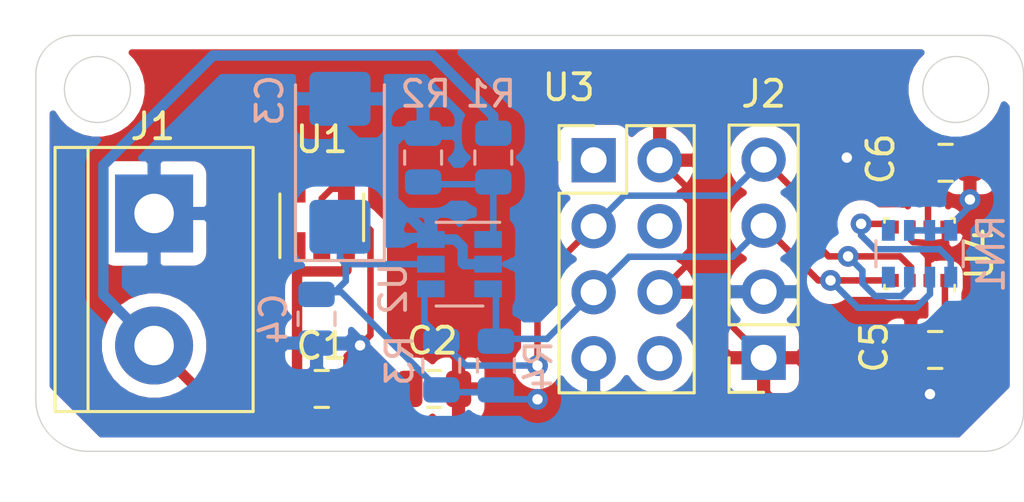
<source format=kicad_pcb>
(kicad_pcb (version 20171130) (host pcbnew 5.1.5+dfsg1-2build2)

  (general
    (thickness 1.6)
    (drawings 10)
    (tracks 150)
    (zones 0)
    (modules 17)
    (nets 8)
  )

  (page A4)
  (title_block
    (title WeatherStation)
    (date 2020-05-16)
    (rev 5)
  )

  (layers
    (0 F.Cu signal)
    (31 B.Cu signal)
    (32 B.Adhes user)
    (33 F.Adhes user)
    (34 B.Paste user)
    (35 F.Paste user)
    (36 B.SilkS user)
    (37 F.SilkS user)
    (38 B.Mask user)
    (39 F.Mask user)
    (40 Dwgs.User user)
    (41 Cmts.User user)
    (42 Eco1.User user)
    (43 Eco2.User user)
    (44 Edge.Cuts user)
    (45 Margin user)
    (46 B.CrtYd user)
    (47 F.CrtYd user)
    (48 B.Fab user)
    (49 F.Fab user)
  )

  (setup
    (last_trace_width 0.25)
    (trace_clearance 0.2)
    (zone_clearance 0.508)
    (zone_45_only no)
    (trace_min 0.2)
    (via_size 0.8)
    (via_drill 0.4)
    (via_min_size 0.4)
    (via_min_drill 0.3)
    (uvia_size 0.3)
    (uvia_drill 0.1)
    (uvias_allowed no)
    (uvia_min_size 0.2)
    (uvia_min_drill 0.1)
    (edge_width 0.05)
    (segment_width 0.2)
    (pcb_text_width 0.3)
    (pcb_text_size 1.5 1.5)
    (mod_edge_width 0.12)
    (mod_text_size 1 1)
    (mod_text_width 0.15)
    (pad_size 1.524 1.524)
    (pad_drill 0.762)
    (pad_to_mask_clearance 0.051)
    (solder_mask_min_width 0.25)
    (aux_axis_origin 0 0)
    (visible_elements FFFDFF7F)
    (pcbplotparams
      (layerselection 0x010fc_ffffffff)
      (usegerberextensions false)
      (usegerberattributes false)
      (usegerberadvancedattributes false)
      (creategerberjobfile false)
      (excludeedgelayer true)
      (linewidth 0.100000)
      (plotframeref false)
      (viasonmask false)
      (mode 1)
      (useauxorigin false)
      (hpglpennumber 1)
      (hpglpenspeed 20)
      (hpglpendiameter 15.000000)
      (psnegative false)
      (psa4output false)
      (plotreference true)
      (plotvalue true)
      (plotinvisibletext false)
      (padsonsilk false)
      (subtractmaskfromsilk false)
      (outputformat 1)
      (mirror false)
      (drillshape 0)
      (scaleselection 1)
      (outputdirectory "./"))
  )

  (net 0 "")
  (net 1 GND)
  (net 2 /SCL)
  (net 3 /SDA)
  (net 4 "Net-(R1-Pad2)")
  (net 5 VCC)
  (net 6 +3V3)
  (net 7 "Net-(RN1-Pad5)")

  (net_class Default "This is the default net class."
    (clearance 0.2)
    (trace_width 0.25)
    (via_dia 0.8)
    (via_drill 0.4)
    (uvia_dia 0.3)
    (uvia_drill 0.1)
    (add_net +3V3)
    (add_net /SCL)
    (add_net /SDA)
    (add_net GND)
    (add_net "Net-(R1-Pad2)")
    (add_net "Net-(RN1-Pad5)")
  )

  (net_class Power ""
    (clearance 0.25)
    (trace_width 0.4)
    (via_dia 0.8)
    (via_drill 0.4)
    (uvia_dia 0.3)
    (uvia_drill 0.1)
    (add_net VCC)
  )

  (module Resistor_SMD:R_0805_2012Metric (layer B.Cu) (tedit 5B36C52B) (tstamp 5FDE5218)
    (at 116.1 79.2 90)
    (descr "Resistor SMD 0805 (2012 Metric), square (rectangular) end terminal, IPC_7351 nominal, (Body size source: https://docs.google.com/spreadsheets/d/1BsfQQcO9C6DZCsRaXUlFlo91Tg2WpOkGARC1WS5S8t0/edit?usp=sharing), generated with kicad-footprint-generator")
    (tags resistor)
    (path /5FADC560)
    (attr smd)
    (fp_text reference R3 (at 0.2 -1.6 90) (layer B.SilkS)
      (effects (font (size 1 1) (thickness 0.15)) (justify mirror))
    )
    (fp_text value 10k (at 0 -1.65 90) (layer B.Fab)
      (effects (font (size 1 1) (thickness 0.15)) (justify mirror))
    )
    (fp_line (start -1 -0.6) (end -1 0.6) (layer B.Fab) (width 0.1))
    (fp_line (start -1 0.6) (end 1 0.6) (layer B.Fab) (width 0.1))
    (fp_line (start 1 0.6) (end 1 -0.6) (layer B.Fab) (width 0.1))
    (fp_line (start 1 -0.6) (end -1 -0.6) (layer B.Fab) (width 0.1))
    (fp_line (start -0.258578 0.71) (end 0.258578 0.71) (layer B.SilkS) (width 0.12))
    (fp_line (start -0.258578 -0.71) (end 0.258578 -0.71) (layer B.SilkS) (width 0.12))
    (fp_line (start -1.68 -0.95) (end -1.68 0.95) (layer B.CrtYd) (width 0.05))
    (fp_line (start -1.68 0.95) (end 1.68 0.95) (layer B.CrtYd) (width 0.05))
    (fp_line (start 1.68 0.95) (end 1.68 -0.95) (layer B.CrtYd) (width 0.05))
    (fp_line (start 1.68 -0.95) (end -1.68 -0.95) (layer B.CrtYd) (width 0.05))
    (fp_text user %R (at 0 0 90) (layer B.Fab)
      (effects (font (size 0.5 0.5) (thickness 0.08)) (justify mirror))
    )
    (pad 1 smd roundrect (at -0.9375 0 90) (size 0.975 1.4) (layers B.Cu B.Paste B.Mask) (roundrect_rratio 0.25)
      (net 6 +3V3))
    (pad 2 smd roundrect (at 0.9375 0 90) (size 0.975 1.4) (layers B.Cu B.Paste B.Mask) (roundrect_rratio 0.25)
      (net 3 /SDA))
    (model ${KISYS3DMOD}/Resistor_SMD.3dshapes/R_0805_2012Metric.wrl
      (at (xyz 0 0 0))
      (scale (xyz 1 1 1))
      (rotate (xyz 0 0 0))
    )
  )

  (module TerminalBlock:TerminalBlock_bornier-2_P5.08mm (layer F.Cu) (tedit 59FF03AB) (tstamp 5FCA8C77)
    (at 105.05 73.35 270)
    (descr "simple 2-pin terminal block, pitch 5.08mm, revamped version of bornier2")
    (tags "terminal block bornier2")
    (path /5EC0D311)
    (fp_text reference J1 (at -3.35 0.05 180) (layer F.SilkS)
      (effects (font (size 1 1) (thickness 0.15)))
    )
    (fp_text value Screw_Terminal_01x02 (at 2.54 5.08 90) (layer F.Fab)
      (effects (font (size 1 1) (thickness 0.15)))
    )
    (fp_text user %R (at 2.54 0 90) (layer F.Fab)
      (effects (font (size 1 1) (thickness 0.15)))
    )
    (fp_line (start -2.41 2.55) (end 7.49 2.55) (layer F.Fab) (width 0.1))
    (fp_line (start -2.46 -3.75) (end -2.46 3.75) (layer F.Fab) (width 0.1))
    (fp_line (start -2.46 3.75) (end 7.54 3.75) (layer F.Fab) (width 0.1))
    (fp_line (start 7.54 3.75) (end 7.54 -3.75) (layer F.Fab) (width 0.1))
    (fp_line (start 7.54 -3.75) (end -2.46 -3.75) (layer F.Fab) (width 0.1))
    (fp_line (start 7.62 2.54) (end -2.54 2.54) (layer F.SilkS) (width 0.12))
    (fp_line (start 7.62 3.81) (end 7.62 -3.81) (layer F.SilkS) (width 0.12))
    (fp_line (start 7.62 -3.81) (end -2.54 -3.81) (layer F.SilkS) (width 0.12))
    (fp_line (start -2.54 -3.81) (end -2.54 3.81) (layer F.SilkS) (width 0.12))
    (fp_line (start -2.54 3.81) (end 7.62 3.81) (layer F.SilkS) (width 0.12))
    (fp_line (start -2.71 -4) (end 7.79 -4) (layer F.CrtYd) (width 0.05))
    (fp_line (start -2.71 -4) (end -2.71 4) (layer F.CrtYd) (width 0.05))
    (fp_line (start 7.79 4) (end 7.79 -4) (layer F.CrtYd) (width 0.05))
    (fp_line (start 7.79 4) (end -2.71 4) (layer F.CrtYd) (width 0.05))
    (pad 1 thru_hole rect (at 0 0 270) (size 3 3) (drill 1.52) (layers *.Cu *.Mask)
      (net 1 GND))
    (pad 2 thru_hole circle (at 5.08 0 270) (size 3 3) (drill 1.52) (layers *.Cu *.Mask)
      (net 5 VCC))
    (model ${KISYS3DMOD}/TerminalBlock.3dshapes/TerminalBlock_bornier-2_P5.08mm.wrl
      (offset (xyz 2.539999961853027 0 0))
      (scale (xyz 1 1 1))
      (rotate (xyz 0 0 0))
    )
  )

  (module Connector_PinSocket_2.54mm:PinSocket_1x04_P2.54mm_Vertical (layer F.Cu) (tedit 5A19A429) (tstamp 5FCA8C8F)
    (at 128.5 78.9 180)
    (descr "Through hole straight socket strip, 1x04, 2.54mm pitch, single row (from Kicad 4.0.7), script generated")
    (tags "Through hole socket strip THT 1x04 2.54mm single row")
    (path /5FB5AC86)
    (fp_text reference J2 (at 0 10.15 180) (layer F.SilkS)
      (effects (font (size 1 1) (thickness 0.15)))
    )
    (fp_text value BMP80 (at 0 10.39) (layer F.Fab)
      (effects (font (size 1 1) (thickness 0.15)))
    )
    (fp_line (start -1.27 -1.27) (end 0.635 -1.27) (layer F.Fab) (width 0.1))
    (fp_line (start 0.635 -1.27) (end 1.27 -0.635) (layer F.Fab) (width 0.1))
    (fp_line (start 1.27 -0.635) (end 1.27 8.89) (layer F.Fab) (width 0.1))
    (fp_line (start 1.27 8.89) (end -1.27 8.89) (layer F.Fab) (width 0.1))
    (fp_line (start -1.27 8.89) (end -1.27 -1.27) (layer F.Fab) (width 0.1))
    (fp_line (start -1.33 1.27) (end 1.33 1.27) (layer F.SilkS) (width 0.12))
    (fp_line (start -1.33 1.27) (end -1.33 8.95) (layer F.SilkS) (width 0.12))
    (fp_line (start -1.33 8.95) (end 1.33 8.95) (layer F.SilkS) (width 0.12))
    (fp_line (start 1.33 1.27) (end 1.33 8.95) (layer F.SilkS) (width 0.12))
    (fp_line (start 1.33 -1.33) (end 1.33 0) (layer F.SilkS) (width 0.12))
    (fp_line (start 0 -1.33) (end 1.33 -1.33) (layer F.SilkS) (width 0.12))
    (fp_line (start -1.8 -1.8) (end 1.75 -1.8) (layer F.CrtYd) (width 0.05))
    (fp_line (start 1.75 -1.8) (end 1.75 9.4) (layer F.CrtYd) (width 0.05))
    (fp_line (start 1.75 9.4) (end -1.8 9.4) (layer F.CrtYd) (width 0.05))
    (fp_line (start -1.8 9.4) (end -1.8 -1.8) (layer F.CrtYd) (width 0.05))
    (fp_text user %R (at 0 3.81 90) (layer F.Fab)
      (effects (font (size 1 1) (thickness 0.15)))
    )
    (pad 1 thru_hole rect (at 0 0 180) (size 1.7 1.7) (drill 1) (layers *.Cu *.Mask)
      (net 6 +3V3))
    (pad 2 thru_hole oval (at 0 2.54 180) (size 1.7 1.7) (drill 1) (layers *.Cu *.Mask)
      (net 1 GND))
    (pad 3 thru_hole oval (at 0 5.08 180) (size 1.7 1.7) (drill 1) (layers *.Cu *.Mask)
      (net 2 /SCL))
    (pad 4 thru_hole oval (at 0 7.62 180) (size 1.7 1.7) (drill 1) (layers *.Cu *.Mask)
      (net 3 /SDA))
    (model ${KISYS3DMOD}/Connector_PinSocket_2.54mm.3dshapes/PinSocket_1x04_P2.54mm_Vertical.wrl
      (at (xyz 0 0 0))
      (scale (xyz 1 1 1))
      (rotate (xyz 0 0 0))
    )
  )

  (module EspFlash:ESP-01 (layer F.Cu) (tedit 5E9DE18E) (tstamp 5FCA8D34)
    (at 124.5 71.3)
    (descr "Through hole straight socket strip, 2x04, 2.54mm pitch, double cols (from Kicad 4.0.7), script generated")
    (tags "Through hole socket strip THT 2x04 2.54mm double row")
    (path /5EC008CF)
    (fp_text reference U3 (at -3.5 -2.8) (layer F.SilkS)
      (effects (font (size 1 1) (thickness 0.15)))
    )
    (fp_text value ESP-01 (at -1.27 10.39) (layer F.Fab)
      (effects (font (size 1 1) (thickness 0.15)))
    )
    (fp_line (start 1.27 -1.27) (end -2.81 -1.27) (layer F.Fab) (width 0.1))
    (fp_line (start -2.81 -1.27) (end -3.81 -0.27) (layer F.Fab) (width 0.1))
    (fp_line (start -3.81 -0.27) (end -3.81 8.89) (layer F.Fab) (width 0.1))
    (fp_line (start -3.81 8.89) (end 1.27 8.89) (layer F.Fab) (width 0.1))
    (fp_line (start 1.27 8.89) (end 1.27 -1.27) (layer F.Fab) (width 0.1))
    (fp_line (start 1.33 -1.33) (end -1.27 -1.33) (layer F.SilkS) (width 0.12))
    (fp_line (start 1.33 -1.33) (end 1.33 8.95) (layer F.SilkS) (width 0.12))
    (fp_line (start 1.33 8.95) (end -3.87 8.95) (layer F.SilkS) (width 0.12))
    (fp_line (start -3.87 1.27) (end -3.87 8.95) (layer F.SilkS) (width 0.12))
    (fp_line (start -1.27 1.27) (end -3.87 1.27) (layer F.SilkS) (width 0.12))
    (fp_line (start -1.27 -1.33) (end -1.27 1.27) (layer F.SilkS) (width 0.12))
    (fp_line (start -3.87 -1.33) (end -3.87 0) (layer F.SilkS) (width 0.12))
    (fp_line (start -2.54 -1.33) (end -3.87 -1.33) (layer F.SilkS) (width 0.12))
    (fp_line (start 1.76 -1.8) (end -4.3 -1.8) (layer F.CrtYd) (width 0.05))
    (fp_line (start 1.76 -1.8) (end 1.76 9.4) (layer F.CrtYd) (width 0.05))
    (fp_line (start 1.76 9.4) (end -4.34 9.4) (layer F.CrtYd) (width 0.05))
    (fp_line (start -4.34 9.4) (end -4.34 -1.8) (layer F.CrtYd) (width 0.05))
    (fp_text user %R (at -1.27 3.81 90) (layer F.Fab)
      (effects (font (size 1 1) (thickness 0.15)))
    )
    (pad 1 thru_hole rect (at -2.54 0) (size 1.7 1.7) (drill 1) (layers *.Cu *.Mask))
    (pad 8 thru_hole oval (at 0 0) (size 1.7 1.7) (drill 1) (layers *.Cu *.Mask)
      (net 6 +3V3))
    (pad 2 thru_hole oval (at -2.54 2.54) (size 1.7 1.7) (drill 1) (layers *.Cu *.Mask)
      (net 3 /SDA))
    (pad 7 thru_hole oval (at 0 2.54) (size 1.7 1.7) (drill 1) (layers *.Cu *.Mask))
    (pad 3 thru_hole oval (at -2.54 5.08) (size 1.7 1.7) (drill 1) (layers *.Cu *.Mask)
      (net 2 /SCL))
    (pad 6 thru_hole oval (at 0 5.08) (size 1.7 1.7) (drill 1) (layers *.Cu *.Mask)
      (net 6 +3V3))
    (pad 4 thru_hole oval (at -2.54 7.62) (size 1.7 1.7) (drill 1) (layers *.Cu *.Mask)
      (net 1 GND))
    (pad 5 thru_hole oval (at 0 7.62) (size 1.7 1.7) (drill 1) (layers *.Cu *.Mask))
    (model ${KISYS3DMOD}/Connector_PinSocket_2.54mm.3dshapes/PinSocket_2x04_P2.54mm_Vertical.wrl
      (at (xyz 0 0 0))
      (scale (xyz 1 1 1))
      (rotate (xyz 0 0 0))
    )
  )

  (module Package_LGA:Bosch_LGA-8_2.5x2.5mm_P0.65mm_ClockwisePinNumbering (layer F.Cu) (tedit 5A0FA816) (tstamp 5FCA946E)
    (at 134.5 74.9 180)
    (descr LGA-8)
    (tags "lga land grid array")
    (path /5FB63D59)
    (attr smd)
    (fp_text reference U4 (at -2.3 0 270) (layer F.SilkS)
      (effects (font (size 1 1) (thickness 0.15)))
    )
    (fp_text value BME280 (at 0.015 2.535) (layer F.Fab)
      (effects (font (size 1 1) (thickness 0.15)))
    )
    (fp_text user %R (at 0 0 180) (layer F.Fab)
      (effects (font (size 0.5 0.5) (thickness 0.075)))
    )
    (fp_line (start -1.35 1.36) (end -1.2 1.36) (layer F.SilkS) (width 0.1))
    (fp_line (start -1.25 -0.5) (end -0.5 -1.25) (layer F.Fab) (width 0.1))
    (fp_line (start -1.35 1.35) (end -1.35 1.2) (layer F.SilkS) (width 0.1))
    (fp_line (start 1.35 1.35) (end 1.35 1.2) (layer F.SilkS) (width 0.1))
    (fp_line (start 1.35 1.35) (end 1.2 1.35) (layer F.SilkS) (width 0.1))
    (fp_line (start 1.2 -1.35) (end 1.35 -1.35) (layer F.SilkS) (width 0.1))
    (fp_line (start 1.35 -1.35) (end 1.35 -1.2) (layer F.SilkS) (width 0.1))
    (fp_line (start -1.35 -1.2) (end -1.35 -1.45) (layer F.SilkS) (width 0.1))
    (fp_line (start -1.25 1.25) (end -1.25 -0.5) (layer F.Fab) (width 0.1))
    (fp_line (start -0.5 -1.25) (end 1.25 -1.25) (layer F.Fab) (width 0.1))
    (fp_line (start 1.25 -1.25) (end 1.25 1.25) (layer F.Fab) (width 0.1))
    (fp_line (start 1.25 1.25) (end -1.25 1.25) (layer F.Fab) (width 0.1))
    (fp_line (start -1.41 1.54) (end -1.41 -1.54) (layer F.CrtYd) (width 0.05))
    (fp_line (start -1.41 -1.54) (end 1.41 -1.54) (layer F.CrtYd) (width 0.05))
    (fp_line (start 1.41 -1.54) (end 1.41 1.54) (layer F.CrtYd) (width 0.05))
    (fp_line (start 1.41 1.54) (end -1.41 1.54) (layer F.CrtYd) (width 0.05))
    (pad 4 smd rect (at 0.975 -1.025 270) (size 0.5 0.35) (layers F.Cu F.Paste F.Mask)
      (net 2 /SCL))
    (pad 3 smd rect (at 0.325 -1.025 270) (size 0.5 0.35) (layers F.Cu F.Paste F.Mask)
      (net 3 /SDA))
    (pad 2 smd rect (at -0.325 -1.025 270) (size 0.5 0.35) (layers F.Cu F.Paste F.Mask)
      (net 6 +3V3))
    (pad 1 smd rect (at -0.975 -1.025 270) (size 0.5 0.35) (layers F.Cu F.Paste F.Mask)
      (net 1 GND))
    (pad 8 smd rect (at -0.975 1.025 270) (size 0.5 0.35) (layers F.Cu F.Paste F.Mask)
      (net 6 +3V3))
    (pad 7 smd rect (at -0.325 1.025 270) (size 0.5 0.35) (layers F.Cu F.Paste F.Mask)
      (net 1 GND))
    (pad 6 smd rect (at 0.325 1.025 270) (size 0.5 0.35) (layers F.Cu F.Paste F.Mask)
      (net 6 +3V3))
    (pad 5 smd rect (at 0.975 1.025 270) (size 0.5 0.35) (layers F.Cu F.Paste F.Mask)
      (net 7 "Net-(RN1-Pad5)"))
    (model ${KISYS3DMOD}/Package_LGA.3dshapes/Bosch_LGA-8_2.5x2.5mm_P0.65mm_ClockwisePinNumbering.wrl
      (offset (xyz 0.01500000025472259 -0.03500000059435272 0))
      (scale (xyz 1 1 1))
      (rotate (xyz 0 0 0))
    )
  )

  (module Capacitor_SMD:C_0805_2012Metric (layer F.Cu) (tedit 5B36C52B) (tstamp 5FDE5196)
    (at 111.5 80.1)
    (descr "Capacitor SMD 0805 (2012 Metric), square (rectangular) end terminal, IPC_7351 nominal, (Body size source: https://docs.google.com/spreadsheets/d/1BsfQQcO9C6DZCsRaXUlFlo91Tg2WpOkGARC1WS5S8t0/edit?usp=sharing), generated with kicad-footprint-generator")
    (tags capacitor)
    (path /5EC0C5F8)
    (attr smd)
    (fp_text reference C1 (at 0 -1.65) (layer F.SilkS)
      (effects (font (size 1 1) (thickness 0.15)))
    )
    (fp_text value 1uF (at 0 1.65) (layer F.Fab)
      (effects (font (size 1 1) (thickness 0.15)))
    )
    (fp_line (start -1 0.6) (end -1 -0.6) (layer F.Fab) (width 0.1))
    (fp_line (start -1 -0.6) (end 1 -0.6) (layer F.Fab) (width 0.1))
    (fp_line (start 1 -0.6) (end 1 0.6) (layer F.Fab) (width 0.1))
    (fp_line (start 1 0.6) (end -1 0.6) (layer F.Fab) (width 0.1))
    (fp_line (start -0.258578 -0.71) (end 0.258578 -0.71) (layer F.SilkS) (width 0.12))
    (fp_line (start -0.258578 0.71) (end 0.258578 0.71) (layer F.SilkS) (width 0.12))
    (fp_line (start -1.68 0.95) (end -1.68 -0.95) (layer F.CrtYd) (width 0.05))
    (fp_line (start -1.68 -0.95) (end 1.68 -0.95) (layer F.CrtYd) (width 0.05))
    (fp_line (start 1.68 -0.95) (end 1.68 0.95) (layer F.CrtYd) (width 0.05))
    (fp_line (start 1.68 0.95) (end -1.68 0.95) (layer F.CrtYd) (width 0.05))
    (fp_text user %R (at 0 0) (layer F.Fab)
      (effects (font (size 0.5 0.5) (thickness 0.08)))
    )
    (pad 1 smd roundrect (at -0.9375 0) (size 0.975 1.4) (layers F.Cu F.Paste F.Mask) (roundrect_rratio 0.25)
      (net 5 VCC))
    (pad 2 smd roundrect (at 0.9375 0) (size 0.975 1.4) (layers F.Cu F.Paste F.Mask) (roundrect_rratio 0.25)
      (net 1 GND))
    (model ${KISYS3DMOD}/Capacitor_SMD.3dshapes/C_0805_2012Metric.wrl
      (at (xyz 0 0 0))
      (scale (xyz 1 1 1))
      (rotate (xyz 0 0 0))
    )
  )

  (module Capacitor_SMD:C_0805_2012Metric (layer F.Cu) (tedit 5B36C52B) (tstamp 5FDE51A6)
    (at 115.825 80.1 180)
    (descr "Capacitor SMD 0805 (2012 Metric), square (rectangular) end terminal, IPC_7351 nominal, (Body size source: https://docs.google.com/spreadsheets/d/1BsfQQcO9C6DZCsRaXUlFlo91Tg2WpOkGARC1WS5S8t0/edit?usp=sharing), generated with kicad-footprint-generator")
    (tags capacitor)
    (path /5EC0C150)
    (attr smd)
    (fp_text reference C2 (at 0.075 1.85) (layer F.SilkS)
      (effects (font (size 1 1) (thickness 0.15)))
    )
    (fp_text value 1uF (at 0 1.65) (layer F.Fab)
      (effects (font (size 1 1) (thickness 0.15)))
    )
    (fp_line (start -1 0.6) (end -1 -0.6) (layer F.Fab) (width 0.1))
    (fp_line (start -1 -0.6) (end 1 -0.6) (layer F.Fab) (width 0.1))
    (fp_line (start 1 -0.6) (end 1 0.6) (layer F.Fab) (width 0.1))
    (fp_line (start 1 0.6) (end -1 0.6) (layer F.Fab) (width 0.1))
    (fp_line (start -0.258578 -0.71) (end 0.258578 -0.71) (layer F.SilkS) (width 0.12))
    (fp_line (start -0.258578 0.71) (end 0.258578 0.71) (layer F.SilkS) (width 0.12))
    (fp_line (start -1.68 0.95) (end -1.68 -0.95) (layer F.CrtYd) (width 0.05))
    (fp_line (start -1.68 -0.95) (end 1.68 -0.95) (layer F.CrtYd) (width 0.05))
    (fp_line (start 1.68 -0.95) (end 1.68 0.95) (layer F.CrtYd) (width 0.05))
    (fp_line (start 1.68 0.95) (end -1.68 0.95) (layer F.CrtYd) (width 0.05))
    (fp_text user %R (at 0 0) (layer F.Fab)
      (effects (font (size 0.5 0.5) (thickness 0.08)))
    )
    (pad 1 smd roundrect (at -0.9375 0 180) (size 0.975 1.4) (layers F.Cu F.Paste F.Mask) (roundrect_rratio 0.25)
      (net 6 +3V3))
    (pad 2 smd roundrect (at 0.9375 0 180) (size 0.975 1.4) (layers F.Cu F.Paste F.Mask) (roundrect_rratio 0.25)
      (net 1 GND))
    (model ${KISYS3DMOD}/Capacitor_SMD.3dshapes/C_0805_2012Metric.wrl
      (at (xyz 0 0 0))
      (scale (xyz 1 1 1))
      (rotate (xyz 0 0 0))
    )
  )

  (module Capacitor_Tantalum_SMD:CP_EIA-6032-28_Kemet-C (layer B.Cu) (tedit 5B301BBE) (tstamp 5FDE5A53)
    (at 112.2 71.4 90)
    (descr "Tantalum Capacitor SMD Kemet-C (6032-28 Metric), IPC_7351 nominal, (Body size from: http://www.kemet.com/Lists/ProductCatalog/Attachments/253/KEM_TC101_STD.pdf), generated with kicad-footprint-generator")
    (tags "capacitor tantalum")
    (path /5FB2815C)
    (attr smd)
    (fp_text reference C3 (at 2.4 -2.7 90) (layer B.SilkS)
      (effects (font (size 1 1) (thickness 0.15)) (justify mirror))
    )
    (fp_text value 10u (at 0 -2.55 90) (layer B.Fab)
      (effects (font (size 1 1) (thickness 0.15)) (justify mirror))
    )
    (fp_line (start 3 1.6) (end -2.2 1.6) (layer B.Fab) (width 0.1))
    (fp_line (start -2.2 1.6) (end -3 0.8) (layer B.Fab) (width 0.1))
    (fp_line (start -3 0.8) (end -3 -1.6) (layer B.Fab) (width 0.1))
    (fp_line (start -3 -1.6) (end 3 -1.6) (layer B.Fab) (width 0.1))
    (fp_line (start 3 -1.6) (end 3 1.6) (layer B.Fab) (width 0.1))
    (fp_line (start 3 1.71) (end -3.76 1.71) (layer B.SilkS) (width 0.12))
    (fp_line (start -3.76 1.71) (end -3.76 -1.71) (layer B.SilkS) (width 0.12))
    (fp_line (start -3.76 -1.71) (end 3 -1.71) (layer B.SilkS) (width 0.12))
    (fp_line (start -3.75 -1.85) (end -3.75 1.85) (layer B.CrtYd) (width 0.05))
    (fp_line (start -3.75 1.85) (end 3.75 1.85) (layer B.CrtYd) (width 0.05))
    (fp_line (start 3.75 1.85) (end 3.75 -1.85) (layer B.CrtYd) (width 0.05))
    (fp_line (start 3.75 -1.85) (end -3.75 -1.85) (layer B.CrtYd) (width 0.05))
    (fp_text user %R (at 0 0 90) (layer B.Fab)
      (effects (font (size 1 1) (thickness 0.15)) (justify mirror))
    )
    (pad 1 smd roundrect (at -2.4625 0 90) (size 2.075 2.35) (layers B.Cu B.Paste B.Mask) (roundrect_rratio 0.120482)
      (net 6 +3V3))
    (pad 2 smd roundrect (at 2.4625 0 90) (size 2.075 2.35) (layers B.Cu B.Paste B.Mask) (roundrect_rratio 0.120482)
      (net 1 GND))
    (model ${KISYS3DMOD}/Capacitor_Tantalum_SMD.3dshapes/CP_EIA-6032-28_Kemet-C.wrl
      (at (xyz 0 0 0))
      (scale (xyz 1 1 1))
      (rotate (xyz 0 0 0))
    )
  )

  (module Capacitor_SMD:C_0805_2012Metric (layer B.Cu) (tedit 5B36C52B) (tstamp 5FDE5AF9)
    (at 111.3 77.4 270)
    (descr "Capacitor SMD 0805 (2012 Metric), square (rectangular) end terminal, IPC_7351 nominal, (Body size source: https://docs.google.com/spreadsheets/d/1BsfQQcO9C6DZCsRaXUlFlo91Tg2WpOkGARC1WS5S8t0/edit?usp=sharing), generated with kicad-footprint-generator")
    (tags capacitor)
    (path /5FAF1228)
    (attr smd)
    (fp_text reference C4 (at 0 1.65 90) (layer B.SilkS)
      (effects (font (size 1 1) (thickness 0.15)) (justify mirror))
    )
    (fp_text value 0.1u (at 0 -1.65 90) (layer B.Fab)
      (effects (font (size 1 1) (thickness 0.15)) (justify mirror))
    )
    (fp_text user %R (at 0 0 90) (layer B.Fab)
      (effects (font (size 0.5 0.5) (thickness 0.08)) (justify mirror))
    )
    (fp_line (start 1.68 -0.95) (end -1.68 -0.95) (layer B.CrtYd) (width 0.05))
    (fp_line (start 1.68 0.95) (end 1.68 -0.95) (layer B.CrtYd) (width 0.05))
    (fp_line (start -1.68 0.95) (end 1.68 0.95) (layer B.CrtYd) (width 0.05))
    (fp_line (start -1.68 -0.95) (end -1.68 0.95) (layer B.CrtYd) (width 0.05))
    (fp_line (start -0.258578 -0.71) (end 0.258578 -0.71) (layer B.SilkS) (width 0.12))
    (fp_line (start -0.258578 0.71) (end 0.258578 0.71) (layer B.SilkS) (width 0.12))
    (fp_line (start 1 -0.6) (end -1 -0.6) (layer B.Fab) (width 0.1))
    (fp_line (start 1 0.6) (end 1 -0.6) (layer B.Fab) (width 0.1))
    (fp_line (start -1 0.6) (end 1 0.6) (layer B.Fab) (width 0.1))
    (fp_line (start -1 -0.6) (end -1 0.6) (layer B.Fab) (width 0.1))
    (pad 2 smd roundrect (at 0.9375 0 270) (size 0.975 1.4) (layers B.Cu B.Paste B.Mask) (roundrect_rratio 0.25)
      (net 1 GND))
    (pad 1 smd roundrect (at -0.9375 0 270) (size 0.975 1.4) (layers B.Cu B.Paste B.Mask) (roundrect_rratio 0.25)
      (net 6 +3V3))
    (model ${KISYS3DMOD}/Capacitor_SMD.3dshapes/C_0805_2012Metric.wrl
      (at (xyz 0 0 0))
      (scale (xyz 1 1 1))
      (rotate (xyz 0 0 0))
    )
  )

  (module Capacitor_SMD:C_0805_2012Metric (layer F.Cu) (tedit 5B36C52B) (tstamp 5FDE51D8)
    (at 135.1 78.6 180)
    (descr "Capacitor SMD 0805 (2012 Metric), square (rectangular) end terminal, IPC_7351 nominal, (Body size source: https://docs.google.com/spreadsheets/d/1BsfQQcO9C6DZCsRaXUlFlo91Tg2WpOkGARC1WS5S8t0/edit?usp=sharing), generated with kicad-footprint-generator")
    (tags capacitor)
    (path /5FB8C291)
    (attr smd)
    (fp_text reference C5 (at 2.35 0.1 90) (layer F.SilkS)
      (effects (font (size 1 1) (thickness 0.15)))
    )
    (fp_text value 0.1u (at 0 1.65) (layer F.Fab)
      (effects (font (size 1 1) (thickness 0.15)))
    )
    (fp_line (start -1 0.6) (end -1 -0.6) (layer F.Fab) (width 0.1))
    (fp_line (start -1 -0.6) (end 1 -0.6) (layer F.Fab) (width 0.1))
    (fp_line (start 1 -0.6) (end 1 0.6) (layer F.Fab) (width 0.1))
    (fp_line (start 1 0.6) (end -1 0.6) (layer F.Fab) (width 0.1))
    (fp_line (start -0.258578 -0.71) (end 0.258578 -0.71) (layer F.SilkS) (width 0.12))
    (fp_line (start -0.258578 0.71) (end 0.258578 0.71) (layer F.SilkS) (width 0.12))
    (fp_line (start -1.68 0.95) (end -1.68 -0.95) (layer F.CrtYd) (width 0.05))
    (fp_line (start -1.68 -0.95) (end 1.68 -0.95) (layer F.CrtYd) (width 0.05))
    (fp_line (start 1.68 -0.95) (end 1.68 0.95) (layer F.CrtYd) (width 0.05))
    (fp_line (start 1.68 0.95) (end -1.68 0.95) (layer F.CrtYd) (width 0.05))
    (fp_text user %R (at 0 0) (layer F.Fab)
      (effects (font (size 0.5 0.5) (thickness 0.08)))
    )
    (pad 1 smd roundrect (at -0.9375 0 180) (size 0.975 1.4) (layers F.Cu F.Paste F.Mask) (roundrect_rratio 0.25)
      (net 1 GND))
    (pad 2 smd roundrect (at 0.9375 0 180) (size 0.975 1.4) (layers F.Cu F.Paste F.Mask) (roundrect_rratio 0.25)
      (net 6 +3V3))
    (model ${KISYS3DMOD}/Capacitor_SMD.3dshapes/C_0805_2012Metric.wrl
      (at (xyz 0 0 0))
      (scale (xyz 1 1 1))
      (rotate (xyz 0 0 0))
    )
  )

  (module Capacitor_SMD:C_0805_2012Metric (layer F.Cu) (tedit 5B36C52B) (tstamp 5FDE51E8)
    (at 135.5 71.4)
    (descr "Capacitor SMD 0805 (2012 Metric), square (rectangular) end terminal, IPC_7351 nominal, (Body size source: https://docs.google.com/spreadsheets/d/1BsfQQcO9C6DZCsRaXUlFlo91Tg2WpOkGARC1WS5S8t0/edit?usp=sharing), generated with kicad-footprint-generator")
    (tags capacitor)
    (path /5FB8E067)
    (attr smd)
    (fp_text reference C6 (at -2.5 -0.15 90) (layer F.SilkS)
      (effects (font (size 1 1) (thickness 0.15)))
    )
    (fp_text value 0.1u (at 0 1.65) (layer F.Fab)
      (effects (font (size 1 1) (thickness 0.15)))
    )
    (fp_text user %R (at 0 0) (layer F.Fab)
      (effects (font (size 0.5 0.5) (thickness 0.08)))
    )
    (fp_line (start 1.68 0.95) (end -1.68 0.95) (layer F.CrtYd) (width 0.05))
    (fp_line (start 1.68 -0.95) (end 1.68 0.95) (layer F.CrtYd) (width 0.05))
    (fp_line (start -1.68 -0.95) (end 1.68 -0.95) (layer F.CrtYd) (width 0.05))
    (fp_line (start -1.68 0.95) (end -1.68 -0.95) (layer F.CrtYd) (width 0.05))
    (fp_line (start -0.258578 0.71) (end 0.258578 0.71) (layer F.SilkS) (width 0.12))
    (fp_line (start -0.258578 -0.71) (end 0.258578 -0.71) (layer F.SilkS) (width 0.12))
    (fp_line (start 1 0.6) (end -1 0.6) (layer F.Fab) (width 0.1))
    (fp_line (start 1 -0.6) (end 1 0.6) (layer F.Fab) (width 0.1))
    (fp_line (start -1 -0.6) (end 1 -0.6) (layer F.Fab) (width 0.1))
    (fp_line (start -1 0.6) (end -1 -0.6) (layer F.Fab) (width 0.1))
    (pad 2 smd roundrect (at 0.9375 0) (size 0.975 1.4) (layers F.Cu F.Paste F.Mask) (roundrect_rratio 0.25)
      (net 6 +3V3))
    (pad 1 smd roundrect (at -0.9375 0) (size 0.975 1.4) (layers F.Cu F.Paste F.Mask) (roundrect_rratio 0.25)
      (net 1 GND))
    (model ${KISYS3DMOD}/Capacitor_SMD.3dshapes/C_0805_2012Metric.wrl
      (at (xyz 0 0 0))
      (scale (xyz 1 1 1))
      (rotate (xyz 0 0 0))
    )
  )

  (module Resistor_SMD:R_0805_2012Metric (layer B.Cu) (tedit 5B36C52B) (tstamp 5FDE51F8)
    (at 118.1 71.2 270)
    (descr "Resistor SMD 0805 (2012 Metric), square (rectangular) end terminal, IPC_7351 nominal, (Body size source: https://docs.google.com/spreadsheets/d/1BsfQQcO9C6DZCsRaXUlFlo91Tg2WpOkGARC1WS5S8t0/edit?usp=sharing), generated with kicad-footprint-generator")
    (tags resistor)
    (path /5FAA8972)
    (attr smd)
    (fp_text reference R1 (at -2.45 0.1 180) (layer B.SilkS)
      (effects (font (size 1 1) (thickness 0.15)) (justify mirror))
    )
    (fp_text value 470k (at 0 -1.65 90) (layer B.Fab)
      (effects (font (size 1 1) (thickness 0.15)) (justify mirror))
    )
    (fp_text user %R (at 0 0 90) (layer B.Fab)
      (effects (font (size 0.5 0.5) (thickness 0.08)) (justify mirror))
    )
    (fp_line (start 1.68 -0.95) (end -1.68 -0.95) (layer B.CrtYd) (width 0.05))
    (fp_line (start 1.68 0.95) (end 1.68 -0.95) (layer B.CrtYd) (width 0.05))
    (fp_line (start -1.68 0.95) (end 1.68 0.95) (layer B.CrtYd) (width 0.05))
    (fp_line (start -1.68 -0.95) (end -1.68 0.95) (layer B.CrtYd) (width 0.05))
    (fp_line (start -0.258578 -0.71) (end 0.258578 -0.71) (layer B.SilkS) (width 0.12))
    (fp_line (start -0.258578 0.71) (end 0.258578 0.71) (layer B.SilkS) (width 0.12))
    (fp_line (start 1 -0.6) (end -1 -0.6) (layer B.Fab) (width 0.1))
    (fp_line (start 1 0.6) (end 1 -0.6) (layer B.Fab) (width 0.1))
    (fp_line (start -1 0.6) (end 1 0.6) (layer B.Fab) (width 0.1))
    (fp_line (start -1 -0.6) (end -1 0.6) (layer B.Fab) (width 0.1))
    (pad 2 smd roundrect (at 0.9375 0 270) (size 0.975 1.4) (layers B.Cu B.Paste B.Mask) (roundrect_rratio 0.25)
      (net 4 "Net-(R1-Pad2)"))
    (pad 1 smd roundrect (at -0.9375 0 270) (size 0.975 1.4) (layers B.Cu B.Paste B.Mask) (roundrect_rratio 0.25)
      (net 5 VCC))
    (model ${KISYS3DMOD}/Resistor_SMD.3dshapes/R_0805_2012Metric.wrl
      (at (xyz 0 0 0))
      (scale (xyz 1 1 1))
      (rotate (xyz 0 0 0))
    )
  )

  (module Resistor_SMD:R_0805_2012Metric (layer B.Cu) (tedit 5B36C52B) (tstamp 5FDE5208)
    (at 115.4 71.2 90)
    (descr "Resistor SMD 0805 (2012 Metric), square (rectangular) end terminal, IPC_7351 nominal, (Body size source: https://docs.google.com/spreadsheets/d/1BsfQQcO9C6DZCsRaXUlFlo91Tg2WpOkGARC1WS5S8t0/edit?usp=sharing), generated with kicad-footprint-generator")
    (tags resistor)
    (path /5FAA8D43)
    (attr smd)
    (fp_text reference R2 (at 2.45 0.1 180) (layer B.SilkS)
      (effects (font (size 1 1) (thickness 0.15)) (justify mirror))
    )
    (fp_text value 120k (at 0 -1.65 90) (layer B.Fab)
      (effects (font (size 1 1) (thickness 0.15)) (justify mirror))
    )
    (fp_line (start -1 -0.6) (end -1 0.6) (layer B.Fab) (width 0.1))
    (fp_line (start -1 0.6) (end 1 0.6) (layer B.Fab) (width 0.1))
    (fp_line (start 1 0.6) (end 1 -0.6) (layer B.Fab) (width 0.1))
    (fp_line (start 1 -0.6) (end -1 -0.6) (layer B.Fab) (width 0.1))
    (fp_line (start -0.258578 0.71) (end 0.258578 0.71) (layer B.SilkS) (width 0.12))
    (fp_line (start -0.258578 -0.71) (end 0.258578 -0.71) (layer B.SilkS) (width 0.12))
    (fp_line (start -1.68 -0.95) (end -1.68 0.95) (layer B.CrtYd) (width 0.05))
    (fp_line (start -1.68 0.95) (end 1.68 0.95) (layer B.CrtYd) (width 0.05))
    (fp_line (start 1.68 0.95) (end 1.68 -0.95) (layer B.CrtYd) (width 0.05))
    (fp_line (start 1.68 -0.95) (end -1.68 -0.95) (layer B.CrtYd) (width 0.05))
    (fp_text user %R (at 0 0 90) (layer B.Fab)
      (effects (font (size 0.5 0.5) (thickness 0.08)) (justify mirror))
    )
    (pad 1 smd roundrect (at -0.9375 0 90) (size 0.975 1.4) (layers B.Cu B.Paste B.Mask) (roundrect_rratio 0.25)
      (net 4 "Net-(R1-Pad2)"))
    (pad 2 smd roundrect (at 0.9375 0 90) (size 0.975 1.4) (layers B.Cu B.Paste B.Mask) (roundrect_rratio 0.25)
      (net 1 GND))
    (model ${KISYS3DMOD}/Resistor_SMD.3dshapes/R_0805_2012Metric.wrl
      (at (xyz 0 0 0))
      (scale (xyz 1 1 1))
      (rotate (xyz 0 0 0))
    )
  )

  (module Resistor_SMD:R_0805_2012Metric (layer B.Cu) (tedit 5B36C52B) (tstamp 5FDE5228)
    (at 118.2 79.2 90)
    (descr "Resistor SMD 0805 (2012 Metric), square (rectangular) end terminal, IPC_7351 nominal, (Body size source: https://docs.google.com/spreadsheets/d/1BsfQQcO9C6DZCsRaXUlFlo91Tg2WpOkGARC1WS5S8t0/edit?usp=sharing), generated with kicad-footprint-generator")
    (tags resistor)
    (path /5FADC31B)
    (attr smd)
    (fp_text reference R4 (at 0 1.65 90) (layer B.SilkS)
      (effects (font (size 1 1) (thickness 0.15)) (justify mirror))
    )
    (fp_text value 10k (at 0 -1.65 90) (layer B.Fab)
      (effects (font (size 1 1) (thickness 0.15)) (justify mirror))
    )
    (fp_text user %R (at 0 0 90) (layer B.Fab)
      (effects (font (size 0.5 0.5) (thickness 0.08)) (justify mirror))
    )
    (fp_line (start 1.68 -0.95) (end -1.68 -0.95) (layer B.CrtYd) (width 0.05))
    (fp_line (start 1.68 0.95) (end 1.68 -0.95) (layer B.CrtYd) (width 0.05))
    (fp_line (start -1.68 0.95) (end 1.68 0.95) (layer B.CrtYd) (width 0.05))
    (fp_line (start -1.68 -0.95) (end -1.68 0.95) (layer B.CrtYd) (width 0.05))
    (fp_line (start -0.258578 -0.71) (end 0.258578 -0.71) (layer B.SilkS) (width 0.12))
    (fp_line (start -0.258578 0.71) (end 0.258578 0.71) (layer B.SilkS) (width 0.12))
    (fp_line (start 1 -0.6) (end -1 -0.6) (layer B.Fab) (width 0.1))
    (fp_line (start 1 0.6) (end 1 -0.6) (layer B.Fab) (width 0.1))
    (fp_line (start -1 0.6) (end 1 0.6) (layer B.Fab) (width 0.1))
    (fp_line (start -1 -0.6) (end -1 0.6) (layer B.Fab) (width 0.1))
    (pad 2 smd roundrect (at 0.9375 0 90) (size 0.975 1.4) (layers B.Cu B.Paste B.Mask) (roundrect_rratio 0.25)
      (net 2 /SCL))
    (pad 1 smd roundrect (at -0.9375 0 90) (size 0.975 1.4) (layers B.Cu B.Paste B.Mask) (roundrect_rratio 0.25)
      (net 6 +3V3))
    (model ${KISYS3DMOD}/Resistor_SMD.3dshapes/R_0805_2012Metric.wrl
      (at (xyz 0 0 0))
      (scale (xyz 1 1 1))
      (rotate (xyz 0 0 0))
    )
  )

  (module Resistor_SMD:R_Array_Convex_4x0603 (layer B.Cu) (tedit 58E0A8B2) (tstamp 5FDE5238)
    (at 134.5 74.9 270)
    (descr "Chip Resistor Network, ROHM MNR14 (see mnr_g.pdf)")
    (tags "resistor array")
    (path /5FB9737A)
    (attr smd)
    (fp_text reference RN1 (at 0 -2.75 90) (layer B.SilkS)
      (effects (font (size 1 1) (thickness 0.15)) (justify mirror))
    )
    (fp_text value R_Pack04 (at 0 -2.8 90) (layer B.Fab)
      (effects (font (size 1 1) (thickness 0.15)) (justify mirror))
    )
    (fp_text user %R (at 0 0 180) (layer B.Fab)
      (effects (font (size 0.5 0.5) (thickness 0.075)) (justify mirror))
    )
    (fp_line (start -0.8 1.6) (end 0.8 1.6) (layer B.Fab) (width 0.1))
    (fp_line (start 0.8 1.6) (end 0.8 -1.6) (layer B.Fab) (width 0.1))
    (fp_line (start 0.8 -1.6) (end -0.8 -1.6) (layer B.Fab) (width 0.1))
    (fp_line (start -0.8 -1.6) (end -0.8 1.6) (layer B.Fab) (width 0.1))
    (fp_line (start 0.5 -1.68) (end -0.5 -1.68) (layer B.SilkS) (width 0.12))
    (fp_line (start 0.5 1.68) (end -0.5 1.68) (layer B.SilkS) (width 0.12))
    (fp_line (start -1.55 1.85) (end 1.55 1.85) (layer B.CrtYd) (width 0.05))
    (fp_line (start -1.55 1.85) (end -1.55 -1.85) (layer B.CrtYd) (width 0.05))
    (fp_line (start 1.55 -1.85) (end 1.55 1.85) (layer B.CrtYd) (width 0.05))
    (fp_line (start 1.55 -1.85) (end -1.55 -1.85) (layer B.CrtYd) (width 0.05))
    (pad 1 smd rect (at -0.9 1.2 270) (size 0.8 0.5) (layers B.Cu B.Paste B.Mask))
    (pad 3 smd rect (at -0.9 -0.4 270) (size 0.8 0.4) (layers B.Cu B.Paste B.Mask)
      (net 6 +3V3))
    (pad 2 smd rect (at -0.9 0.4 270) (size 0.8 0.4) (layers B.Cu B.Paste B.Mask)
      (net 6 +3V3))
    (pad 4 smd rect (at -0.9 -1.2 270) (size 0.8 0.5) (layers B.Cu B.Paste B.Mask)
      (net 6 +3V3))
    (pad 7 smd rect (at 0.9 0.4 270) (size 0.8 0.4) (layers B.Cu B.Paste B.Mask)
      (net 3 /SDA))
    (pad 8 smd rect (at 0.9 1.2 270) (size 0.8 0.5) (layers B.Cu B.Paste B.Mask))
    (pad 6 smd rect (at 0.9 -0.4 270) (size 0.8 0.4) (layers B.Cu B.Paste B.Mask)
      (net 2 /SCL))
    (pad 5 smd rect (at 0.9 -1.2 270) (size 0.8 0.5) (layers B.Cu B.Paste B.Mask)
      (net 7 "Net-(RN1-Pad5)"))
    (model ${KISYS3DMOD}/Resistor_SMD.3dshapes/R_Array_Convex_4x0603.wrl
      (at (xyz 0 0 0))
      (scale (xyz 1 1 1))
      (rotate (xyz 0 0 0))
    )
  )

  (module Package_TO_SOT_SMD:SOT-23-5 (layer F.Cu) (tedit 5A02FF57) (tstamp 5FDE5262)
    (at 111.5 73.5 90)
    (descr "5-pin SOT23 package")
    (tags SOT-23-5)
    (path /5FDF0E62)
    (attr smd)
    (fp_text reference U1 (at 3 0 180) (layer F.SilkS)
      (effects (font (size 1 1) (thickness 0.15)))
    )
    (fp_text value MCP1755ST-3302xEO (at 0 2.9 90) (layer F.Fab)
      (effects (font (size 1 1) (thickness 0.15)))
    )
    (fp_text user %R (at 0 0) (layer F.Fab)
      (effects (font (size 0.5 0.5) (thickness 0.075)))
    )
    (fp_line (start -0.9 1.61) (end 0.9 1.61) (layer F.SilkS) (width 0.12))
    (fp_line (start 0.9 -1.61) (end -1.55 -1.61) (layer F.SilkS) (width 0.12))
    (fp_line (start -1.9 -1.8) (end 1.9 -1.8) (layer F.CrtYd) (width 0.05))
    (fp_line (start 1.9 -1.8) (end 1.9 1.8) (layer F.CrtYd) (width 0.05))
    (fp_line (start 1.9 1.8) (end -1.9 1.8) (layer F.CrtYd) (width 0.05))
    (fp_line (start -1.9 1.8) (end -1.9 -1.8) (layer F.CrtYd) (width 0.05))
    (fp_line (start -0.9 -0.9) (end -0.25 -1.55) (layer F.Fab) (width 0.1))
    (fp_line (start 0.9 -1.55) (end -0.25 -1.55) (layer F.Fab) (width 0.1))
    (fp_line (start -0.9 -0.9) (end -0.9 1.55) (layer F.Fab) (width 0.1))
    (fp_line (start 0.9 1.55) (end -0.9 1.55) (layer F.Fab) (width 0.1))
    (fp_line (start 0.9 -1.55) (end 0.9 1.55) (layer F.Fab) (width 0.1))
    (pad 1 smd rect (at -1.1 -0.95 90) (size 1.06 0.65) (layers F.Cu F.Paste F.Mask)
      (net 5 VCC))
    (pad 2 smd rect (at -1.1 0 90) (size 1.06 0.65) (layers F.Cu F.Paste F.Mask)
      (net 1 GND))
    (pad 3 smd rect (at -1.1 0.95 90) (size 1.06 0.65) (layers F.Cu F.Paste F.Mask)
      (net 5 VCC))
    (pad 4 smd rect (at 1.1 0.95 90) (size 1.06 0.65) (layers F.Cu F.Paste F.Mask)
      (net 1 GND))
    (pad 5 smd rect (at 1.1 -0.95 90) (size 1.06 0.65) (layers F.Cu F.Paste F.Mask)
      (net 6 +3V3))
    (model ${KISYS3DMOD}/Package_TO_SOT_SMD.3dshapes/SOT-23-5.wrl
      (at (xyz 0 0 0))
      (scale (xyz 1 1 1))
      (rotate (xyz 0 0 0))
    )
  )

  (module Package_TO_SOT_SMD:SOT-23-6 (layer B.Cu) (tedit 5A02FF57) (tstamp 5FDE5263)
    (at 116.8 75.3 180)
    (descr "6-pin SOT-23 package")
    (tags SOT-23-6)
    (path /5FA9284C)
    (attr smd)
    (fp_text reference U2 (at 2.55 -0.95 90) (layer B.SilkS)
      (effects (font (size 1 1) (thickness 0.15)) (justify mirror))
    )
    (fp_text value MCP3421A0T-ECH (at 0 -2.9) (layer B.Fab)
      (effects (font (size 1 1) (thickness 0.15)) (justify mirror))
    )
    (fp_text user %R (at 0 0 270) (layer B.Fab)
      (effects (font (size 0.5 0.5) (thickness 0.075)) (justify mirror))
    )
    (fp_line (start -0.9 -1.61) (end 0.9 -1.61) (layer B.SilkS) (width 0.12))
    (fp_line (start 0.9 1.61) (end -1.55 1.61) (layer B.SilkS) (width 0.12))
    (fp_line (start 1.9 1.8) (end -1.9 1.8) (layer B.CrtYd) (width 0.05))
    (fp_line (start 1.9 -1.8) (end 1.9 1.8) (layer B.CrtYd) (width 0.05))
    (fp_line (start -1.9 -1.8) (end 1.9 -1.8) (layer B.CrtYd) (width 0.05))
    (fp_line (start -1.9 1.8) (end -1.9 -1.8) (layer B.CrtYd) (width 0.05))
    (fp_line (start -0.9 0.9) (end -0.25 1.55) (layer B.Fab) (width 0.1))
    (fp_line (start 0.9 1.55) (end -0.25 1.55) (layer B.Fab) (width 0.1))
    (fp_line (start -0.9 0.9) (end -0.9 -1.55) (layer B.Fab) (width 0.1))
    (fp_line (start 0.9 -1.55) (end -0.9 -1.55) (layer B.Fab) (width 0.1))
    (fp_line (start 0.9 1.55) (end 0.9 -1.55) (layer B.Fab) (width 0.1))
    (pad 1 smd rect (at -1.1 0.95 180) (size 1.06 0.65) (layers B.Cu B.Paste B.Mask)
      (net 4 "Net-(R1-Pad2)"))
    (pad 2 smd rect (at -1.1 0 180) (size 1.06 0.65) (layers B.Cu B.Paste B.Mask)
      (net 1 GND))
    (pad 3 smd rect (at -1.1 -0.95 180) (size 1.06 0.65) (layers B.Cu B.Paste B.Mask)
      (net 2 /SCL))
    (pad 4 smd rect (at 1.1 -0.95 180) (size 1.06 0.65) (layers B.Cu B.Paste B.Mask)
      (net 3 /SDA))
    (pad 6 smd rect (at 1.1 0.95 180) (size 1.06 0.65) (layers B.Cu B.Paste B.Mask)
      (net 1 GND))
    (pad 5 smd rect (at 1.1 0 180) (size 1.06 0.65) (layers B.Cu B.Paste B.Mask)
      (net 6 +3V3))
    (model ${KISYS3DMOD}/Package_TO_SOT_SMD.3dshapes/SOT-23-6.wrl
      (at (xyz 0 0 0))
      (scale (xyz 1 1 1))
      (rotate (xyz 0 0 0))
    )
  )

  (gr_circle (center 102.87 68.58) (end 101.6 68.58) (layer Edge.Cuts) (width 0.05))
  (gr_circle (center 135.89 68.58) (end 137.16 68.58) (layer Edge.Cuts) (width 0.05))
  (gr_arc (start 102.5 80.5) (end 100.5 80.5) (angle -90) (layer Edge.Cuts) (width 0.05))
  (gr_arc (start 102 68) (end 102 66.5) (angle -90) (layer Edge.Cuts) (width 0.05))
  (gr_arc (start 137 68) (end 138.5 68) (angle -90) (layer Edge.Cuts) (width 0.05))
  (gr_arc (start 137 81) (end 137 82.5) (angle -90) (layer Edge.Cuts) (width 0.05))
  (gr_line (start 100.5 80.5) (end 100.5 68) (layer Edge.Cuts) (width 0.05))
  (gr_line (start 137 82.5) (end 102.5 82.5) (layer Edge.Cuts) (width 0.05))
  (gr_line (start 138.5 68) (end 138.5 81) (layer Edge.Cuts) (width 0.05))
  (gr_line (start 102 66.5) (end 137 66.5) (layer Edge.Cuts) (width 0.05) (tstamp 5FCAC497))

  (segment (start 116.97 75.3) (end 118.15 75.3) (width 0.4) (layer B.Cu) (net 1) (status 20))
  (segment (start 116.919999 75.249999) (end 116.97 75.3) (width 0.4) (layer B.Cu) (net 1))
  (segment (start 116.919999 74.639999) (end 116.919999 75.249999) (width 0.4) (layer B.Cu) (net 1))
  (segment (start 116.63 74.35) (end 116.919999 74.639999) (width 0.4) (layer B.Cu) (net 1))
  (segment (start 115.45 74.35) (end 116.63 74.35) (width 0.4) (layer B.Cu) (net 1) (status 10))
  (segment (start 114.7 70.175) (end 115.4 70.175) (width 0.4) (layer B.Cu) (net 1) (status 30))
  (segment (start 114.24999 70.62501) (end 114.7 70.175) (width 0.4) (layer B.Cu) (net 1) (status 20))
  (segment (start 114.24999 72.839956) (end 114.24999 70.62501) (width 0.4) (layer B.Cu) (net 1))
  (segment (start 115.45 74.039966) (end 114.24999 72.839956) (width 0.4) (layer B.Cu) (net 1) (status 10))
  (segment (start 115.45 74.35) (end 115.45 74.039966) (width 0.4) (layer B.Cu) (net 1) (status 30))
  (segment (start 112.85001 70.62501) (end 114.24999 70.62501) (width 0.4) (layer B.Cu) (net 1))
  (segment (start 112.2 69.975) (end 112.85001 70.62501) (width 0.4) (layer B.Cu) (net 1))
  (segment (start 112.2 68.85) (end 112.2 69.975) (width 0.4) (layer B.Cu) (net 1) (status 10))
  (segment (start 134.475 71.4) (end 131.9 71.4) (width 0.4) (layer F.Cu) (net 1) (status 10))
  (segment (start 131.9 71.4) (end 131.7 71.2) (width 0.4) (layer F.Cu) (net 1))
  (segment (start 136.125 79.3) (end 135.125 80.3) (width 0.4) (layer F.Cu) (net 1))
  (segment (start 136.125 78.6) (end 136.125 79.3) (width 0.4) (layer F.Cu) (net 1) (status 10))
  (segment (start 135.125 80.3) (end 134.9 80.3) (width 0.4) (layer F.Cu) (net 1))
  (via (at 134.9 80.3) (size 0.8) (drill 0.4) (layers F.Cu B.Cu) (net 1))
  (via (at 131.7 71.2) (size 0.8) (drill 0.4) (layers F.Cu B.Cu) (net 1))
  (segment (start 111.3 78.425) (end 112.975 78.425) (width 0.4) (layer B.Cu) (net 1) (status 10))
  (via (at 112.975 78.425) (size 0.8) (drill 0.4) (layers F.Cu B.Cu) (net 1))
  (segment (start 112.525 78.875) (end 112.975 78.425) (width 0.4) (layer F.Cu) (net 1))
  (segment (start 112.525 80.1) (end 112.525 78.875) (width 0.4) (layer F.Cu) (net 1) (status 10))
  (segment (start 113.125 78.425) (end 114.8 80.1) (width 0.4) (layer F.Cu) (net 1) (status 20))
  (segment (start 112.975 78.425) (end 113.125 78.425) (width 0.4) (layer F.Cu) (net 1))
  (segment (start 111.5 72.775) (end 111.5 73.82) (width 0.25) (layer F.Cu) (net 1))
  (segment (start 111.875 72.4) (end 111.5 72.775) (width 0.25) (layer F.Cu) (net 1))
  (segment (start 112.45 72.4) (end 111.875 72.4) (width 0.25) (layer F.Cu) (net 1))
  (segment (start 113.374999 78.025001) (end 112.975 78.425) (width 0.25) (layer F.Cu) (net 1))
  (segment (start 113.374999 73.994997) (end 113.374999 78.025001) (width 0.25) (layer F.Cu) (net 1))
  (segment (start 113.075001 73.694999) (end 113.374999 73.994997) (width 0.25) (layer F.Cu) (net 1))
  (segment (start 111.625001 73.694999) (end 113.075001 73.694999) (width 0.25) (layer F.Cu) (net 1))
  (segment (start 111.5 73.82) (end 111.625001 73.694999) (width 0.25) (layer F.Cu) (net 1))
  (segment (start 111.5 74.6) (end 111.5 73.82) (width 0.25) (layer F.Cu) (net 1))
  (segment (start 134.825 71.6625) (end 134.5625 71.4) (width 0.25) (layer F.Cu) (net 1))
  (segment (start 134.825 73.875) (end 134.825 71.6625) (width 0.25) (layer F.Cu) (net 1))
  (segment (start 135.475 78.0375) (end 136.0375 78.6) (width 0.25) (layer F.Cu) (net 1))
  (segment (start 135.475 75.925) (end 135.475 78.0375) (width 0.25) (layer F.Cu) (net 1))
  (segment (start 118.2 76.3) (end 118.15 76.25) (width 0.25) (layer B.Cu) (net 2) (status 30))
  (segment (start 118.2 78.175) (end 118.2 76.3) (width 0.25) (layer B.Cu) (net 2) (status 30))
  (segment (start 120.165 78.175) (end 121.96 76.38) (width 0.25) (layer B.Cu) (net 2) (status 20))
  (segment (start 118.2 78.175) (end 120.165 78.175) (width 0.25) (layer B.Cu) (net 2) (status 10))
  (segment (start 127.304999 75.015001) (end 127.650001 74.669999) (width 0.25) (layer B.Cu) (net 2))
  (segment (start 123.324999 75.015001) (end 127.304999 75.015001) (width 0.25) (layer B.Cu) (net 2))
  (segment (start 127.650001 74.669999) (end 128.5 73.82) (width 0.25) (layer B.Cu) (net 2) (status 20))
  (segment (start 121.96 76.38) (end 123.324999 75.015001) (width 0.25) (layer B.Cu) (net 2) (status 10))
  (segment (start 130.605 75.925) (end 128.5 73.82) (width 0.25) (layer F.Cu) (net 2))
  (segment (start 133.525 75.925) (end 132.075 75.925) (width 0.25) (layer F.Cu) (net 2))
  (segment (start 132.075 75.925) (end 131.575 75.925) (width 0.25) (layer F.Cu) (net 2) (tstamp 5FDE55CA))
  (segment (start 131.575 75.925) (end 131.075 75.925) (width 0.25) (layer F.Cu) (net 2) (tstamp 5FDE56C9))
  (segment (start 131.075 75.925) (end 130.605 75.925) (width 0.25) (layer F.Cu) (net 2) (tstamp 5FDE5F11))
  (via (at 131.075 75.925) (size 0.8) (drill 0.4) (layers F.Cu B.Cu) (net 2))
  (segment (start 134.9 76.45) (end 134.9 75.8) (width 0.25) (layer B.Cu) (net 2))
  (segment (start 134.37499 76.97501) (end 134.9 76.45) (width 0.25) (layer B.Cu) (net 2))
  (segment (start 132.12501 76.97501) (end 134.37499 76.97501) (width 0.25) (layer B.Cu) (net 2))
  (segment (start 131.075 75.925) (end 132.12501 76.97501) (width 0.25) (layer B.Cu) (net 2))
  (segment (start 115.45 77.525) (end 116.1 78.175) (width 0.25) (layer B.Cu) (net 3) (status 20))
  (segment (start 115.45 76.25) (end 115.45 77.525) (width 0.25) (layer B.Cu) (net 3) (status 10))
  (segment (start 127.650001 72.129999) (end 128.5 71.28) (width 0.25) (layer B.Cu) (net 3) (status 20))
  (segment (start 127.115001 72.664999) (end 127.650001 72.129999) (width 0.25) (layer B.Cu) (net 3))
  (segment (start 123.135001 72.664999) (end 127.115001 72.664999) (width 0.25) (layer B.Cu) (net 3))
  (segment (start 121.96 73.84) (end 123.135001 72.664999) (width 0.25) (layer B.Cu) (net 3) (status 10))
  (segment (start 116.1 78.175) (end 116.61181 78.175) (width 0.25) (layer B.Cu) (net 3) (status 30))
  (segment (start 119.8 79.2) (end 119.9 79.2) (width 0.25) (layer B.Cu) (net 3) (tstamp 5FCAC170))
  (via (at 119.8 79.2) (size 0.8) (drill 0.4) (layers F.Cu B.Cu) (net 3))
  (segment (start 119.8 76) (end 121.96 73.84) (width 0.25) (layer F.Cu) (net 3) (status 20))
  (segment (start 119.8 79.2) (end 119.8 76) (width 0.25) (layer F.Cu) (net 3))
  (segment (start 134.175 75.425) (end 133.75 75) (width 0.25) (layer F.Cu) (net 3))
  (segment (start 134.175 75.925) (end 134.175 75.425) (width 0.25) (layer F.Cu) (net 3))
  (segment (start 133.75 75) (end 132 75) (width 0.25) (layer F.Cu) (net 3))
  (segment (start 131 75) (end 130.5 74.5) (width 0.25) (layer F.Cu) (net 3))
  (segment (start 130.5 73.28) (end 128.5 71.28) (width 0.25) (layer F.Cu) (net 3))
  (segment (start 130.5 74.5) (end 130.5 73.28) (width 0.25) (layer F.Cu) (net 3))
  (segment (start 132 75) (end 131.75 75) (width 0.25) (layer F.Cu) (net 3) (tstamp 5FDE55C8))
  (segment (start 131.75 75) (end 131 75) (width 0.25) (layer F.Cu) (net 3) (tstamp 5FDE56C7))
  (via (at 131.75 75) (size 0.8) (drill 0.4) (layers F.Cu B.Cu) (net 3))
  (segment (start 132.300001 75.550001) (end 132.149999 75.399999) (width 0.25) (layer B.Cu) (net 3))
  (segment (start 132.300001 76.035003) (end 132.300001 75.550001) (width 0.25) (layer B.Cu) (net 3))
  (segment (start 132.149999 75.399999) (end 131.75 75) (width 0.25) (layer B.Cu) (net 3))
  (segment (start 132.789999 76.525001) (end 132.300001 76.035003) (width 0.25) (layer B.Cu) (net 3))
  (segment (start 133.810001 76.525001) (end 132.789999 76.525001) (width 0.25) (layer B.Cu) (net 3))
  (segment (start 134.1 76.235002) (end 133.810001 76.525001) (width 0.25) (layer B.Cu) (net 3))
  (segment (start 134.1 75.8) (end 134.1 76.235002) (width 0.25) (layer B.Cu) (net 3))
  (segment (start 117.0375 79.2) (end 116.1 78.2625) (width 0.25) (layer B.Cu) (net 3))
  (segment (start 119.8 79.2) (end 117.0375 79.2) (width 0.25) (layer B.Cu) (net 3))
  (segment (start 115.4 72.225) (end 118.1 72.225) (width 0.25) (layer B.Cu) (net 4) (status 30))
  (segment (start 118.1 74.3) (end 118.15 74.35) (width 0.25) (layer B.Cu) (net 4) (status 30))
  (segment (start 118.1 72.225) (end 118.1 74.3) (width 0.25) (layer B.Cu) (net 4) (status 30))
  (segment (start 106.72 80.1) (end 110.475 80.1) (width 0.4) (layer F.Cu) (net 5) (status 20))
  (segment (start 105.05 78.43) (end 106.72 80.1) (width 0.4) (layer F.Cu) (net 5) (status 10))
  (segment (start 118.1 69.6) (end 118.1 70.175) (width 0.4) (layer B.Cu) (net 5) (status 20))
  (segment (start 115.77499 67.27499) (end 118.1 69.6) (width 0.4) (layer B.Cu) (net 5))
  (segment (start 103.099999 71.489999) (end 107.315008 67.27499) (width 0.4) (layer B.Cu) (net 5))
  (segment (start 103.099999 76.479999) (end 103.099999 71.489999) (width 0.4) (layer B.Cu) (net 5))
  (segment (start 107.315008 67.27499) (end 115.77499 67.27499) (width 0.4) (layer B.Cu) (net 5))
  (segment (start 105.05 78.43) (end 103.099999 76.479999) (width 0.4) (layer B.Cu) (net 5) (status 10))
  (segment (start 110.55 80.0875) (end 110.5625 80.1) (width 0.4) (layer F.Cu) (net 5))
  (segment (start 110.55 74.6) (end 110.55 80.0875) (width 0.4) (layer F.Cu) (net 5))
  (segment (start 110.55 75.53) (end 110.55 74.6) (width 0.4) (layer F.Cu) (net 5))
  (segment (start 110.600001 75.580001) (end 110.55 75.53) (width 0.4) (layer F.Cu) (net 5))
  (segment (start 112.399999 75.580001) (end 110.600001 75.580001) (width 0.4) (layer F.Cu) (net 5))
  (segment (start 112.45 75.53) (end 112.399999 75.580001) (width 0.4) (layer F.Cu) (net 5))
  (segment (start 112.45 74.6) (end 112.45 75.53) (width 0.4) (layer F.Cu) (net 5))
  (segment (start 114.42 75.3) (end 115.45 75.3) (width 0.25) (layer B.Cu) (net 6) (status 20))
  (segment (start 112.2 75.075) (end 112.425 75.3) (width 0.25) (layer B.Cu) (net 6))
  (segment (start 112.2 73.95) (end 112.2 75.075) (width 0.25) (layer B.Cu) (net 6) (status 10))
  (segment (start 113.1 75.3) (end 114.42 75.3) (width 0.25) (layer B.Cu) (net 6))
  (segment (start 112.425 75.3) (end 113.1 75.3) (width 0.25) (layer B.Cu) (net 6))
  (segment (start 125.675001 72.475001) (end 124.5 71.3) (width 0.25) (layer F.Cu) (net 6) (status 20))
  (segment (start 125.675001 75.204999) (end 125.675001 72.475001) (width 0.25) (layer F.Cu) (net 6))
  (segment (start 124.5 76.38) (end 125.675001 75.204999) (width 0.25) (layer F.Cu) (net 6) (status 10))
  (segment (start 125.98 76.38) (end 128.5 78.9) (width 0.25) (layer F.Cu) (net 6) (status 20))
  (segment (start 124.5 76.38) (end 125.98 76.38) (width 0.25) (layer F.Cu) (net 6) (status 10))
  (segment (start 112.425 75.95) (end 112.425 75.3) (width 0.25) (layer B.Cu) (net 6))
  (segment (start 112 76.375) (end 112.425 75.95) (width 0.25) (layer B.Cu) (net 6))
  (segment (start 111.3 76.375) (end 112 76.375) (width 0.25) (layer B.Cu) (net 6) (status 10))
  (segment (start 112.25 76.375) (end 111.3 76.375) (width 0.25) (layer B.Cu) (net 6) (status 20))
  (segment (start 116.1 80.225) (end 112.25 76.375) (width 0.25) (layer B.Cu) (net 6) (status 10))
  (segment (start 116.1 80.225) (end 118.2 80.225) (width 0.25) (layer B.Cu) (net 6) (status 30))
  (via (at 119.8 80.5) (size 0.8) (drill 0.4) (layers F.Cu B.Cu) (net 6))
  (segment (start 118.475 80.5) (end 118.2 80.225) (width 0.25) (layer B.Cu) (net 6) (status 30))
  (segment (start 119.8 80.5) (end 118.475 80.5) (width 0.25) (layer B.Cu) (net 6) (status 20))
  (segment (start 136.4375 72.1) (end 136.4375 71.4) (width 0.25) (layer F.Cu) (net 6))
  (segment (start 136.4375 73.3375) (end 136.4375 73.0625) (width 0.25) (layer F.Cu) (net 6))
  (segment (start 135.9 73.875) (end 136.4375 73.3375) (width 0.25) (layer F.Cu) (net 6))
  (segment (start 135.475 73.875) (end 135.9 73.875) (width 0.25) (layer F.Cu) (net 6))
  (segment (start 135.475 74.375) (end 135.475 73.875) (width 0.25) (layer F.Cu) (net 6))
  (segment (start 135.399999 74.450001) (end 135.475 74.375) (width 0.25) (layer F.Cu) (net 6))
  (segment (start 134.175 74.375) (end 134.250001 74.450001) (width 0.25) (layer F.Cu) (net 6))
  (segment (start 134.175 73.875) (end 134.175 74.375) (width 0.25) (layer F.Cu) (net 6))
  (segment (start 134.825 74.675) (end 135 74.5) (width 0.25) (layer F.Cu) (net 6))
  (segment (start 134.825 75.925) (end 134.825 74.675) (width 0.25) (layer F.Cu) (net 6))
  (segment (start 135 74.5) (end 135.399999 74.450001) (width 0.25) (layer F.Cu) (net 6))
  (segment (start 134.250001 74.450001) (end 135 74.5) (width 0.25) (layer F.Cu) (net 6))
  (segment (start 136.4375 73.0625) (end 136.4375 72.8125) (width 0.25) (layer F.Cu) (net 6) (tstamp 5FDE561C))
  (segment (start 134.1 74) (end 135.7 74) (width 0.25) (layer B.Cu) (net 6))
  (segment (start 135.7 73.8) (end 136.4375 73.0625) (width 0.25) (layer B.Cu) (net 6))
  (segment (start 135.7 74) (end 135.7 73.8) (width 0.25) (layer B.Cu) (net 6))
  (segment (start 136.4375 72.8125) (end 136.4375 72.1) (width 0.25) (layer F.Cu) (net 6) (tstamp 5FDE565B))
  (via (at 136.4375 72.8125) (size 0.8) (drill 0.4) (layers F.Cu B.Cu) (net 6))
  (segment (start 132.789999 74.725001) (end 132.25 74.185002) (width 0.25) (layer B.Cu) (net 7))
  (segment (start 135.275001 74.725001) (end 132.789999 74.725001) (width 0.25) (layer B.Cu) (net 7))
  (segment (start 135.7 75.15) (end 135.275001 74.725001) (width 0.25) (layer B.Cu) (net 7))
  (segment (start 135.7 75.8) (end 135.7 75.15) (width 0.25) (layer B.Cu) (net 7))
  (segment (start 132.25 74.185002) (end 132.25 73.75) (width 0.25) (layer B.Cu) (net 7))
  (segment (start 132.25 73.75) (end 132.25 73.75) (width 0.25) (layer B.Cu) (net 7) (tstamp 5FDE569D))
  (via (at 132.25 73.75) (size 0.8) (drill 0.4) (layers F.Cu B.Cu) (net 7))
  (segment (start 133.4 73.75) (end 133.525 73.875) (width 0.25) (layer F.Cu) (net 7))
  (segment (start 132.25 73.75) (end 133.4 73.75) (width 0.25) (layer F.Cu) (net 7))

  (zone (net 1) (net_name GND) (layer B.Cu) (tstamp 5FCAC20B) (hatch edge 0.508)
    (connect_pads (clearance 0.508))
    (min_thickness 0.254)
    (fill yes (arc_segments 32) (thermal_gap 0.508) (thermal_bridge_width 0.508))
    (polygon
      (pts
        (xy 138 80) (xy 136 82) (xy 103 82) (xy 101 80) (xy 101 69)
        (xy 103 67) (xy 136 67) (xy 138 69.25)
      )
    )
    (filled_polygon
      (pts
        (xy 134.38263 67.342933) (xy 134.170254 67.660776) (xy 134.023966 68.013945) (xy 133.94939 68.388867) (xy 133.94939 68.771133)
        (xy 134.023966 69.146055) (xy 134.170254 69.499224) (xy 134.38263 69.817067) (xy 134.652933 70.08737) (xy 134.970776 70.299746)
        (xy 135.323945 70.446034) (xy 135.698867 70.52061) (xy 136.081133 70.52061) (xy 136.456055 70.446034) (xy 136.809224 70.299746)
        (xy 137.127067 70.08737) (xy 137.39737 69.817067) (xy 137.609746 69.499224) (xy 137.750201 69.160136) (xy 137.84 69.26116)
        (xy 137.840001 79.980393) (xy 135.980394 81.84) (xy 103.019606 81.84) (xy 101.16 79.980394) (xy 101.16 69.51381)
        (xy 101.36263 69.817067) (xy 101.632933 70.08737) (xy 101.950776 70.299746) (xy 102.303945 70.446034) (xy 102.678867 70.52061)
        (xy 102.888521 70.52061) (xy 102.538573 70.870558) (xy 102.506709 70.896708) (xy 102.43199 70.987754) (xy 102.402363 71.023854)
        (xy 102.324827 71.168913) (xy 102.277081 71.326311) (xy 102.260959 71.489999) (xy 102.265 71.531027) (xy 102.264999 76.43898)
        (xy 102.260959 76.479999) (xy 102.26709 76.542246) (xy 102.277081 76.643687) (xy 102.324827 76.801085) (xy 102.402363 76.946144)
        (xy 102.506708 77.07329) (xy 102.538578 77.099445) (xy 103.070074 77.630941) (xy 102.997047 77.807244) (xy 102.915 78.219721)
        (xy 102.915 78.640279) (xy 102.997047 79.052756) (xy 103.157988 79.441302) (xy 103.391637 79.790983) (xy 103.689017 80.088363)
        (xy 104.038698 80.322012) (xy 104.427244 80.482953) (xy 104.839721 80.565) (xy 105.260279 80.565) (xy 105.672756 80.482953)
        (xy 106.061302 80.322012) (xy 106.410983 80.088363) (xy 106.708363 79.790983) (xy 106.942012 79.441302) (xy 107.102953 79.052756)
        (xy 107.148256 78.825) (xy 109.961928 78.825) (xy 109.974188 78.949482) (xy 110.010498 79.06918) (xy 110.069463 79.179494)
        (xy 110.148815 79.276185) (xy 110.245506 79.355537) (xy 110.35582 79.414502) (xy 110.475518 79.450812) (xy 110.6 79.463072)
        (xy 111.01425 79.46) (xy 111.173 79.30125) (xy 111.173 78.4645) (xy 111.427 78.4645) (xy 111.427 79.30125)
        (xy 111.58575 79.46) (xy 112 79.463072) (xy 112.124482 79.450812) (xy 112.24418 79.414502) (xy 112.354494 79.355537)
        (xy 112.451185 79.276185) (xy 112.530537 79.179494) (xy 112.589502 79.06918) (xy 112.625812 78.949482) (xy 112.638072 78.825)
        (xy 112.635 78.62325) (xy 112.47625 78.4645) (xy 111.427 78.4645) (xy 111.173 78.4645) (xy 110.12375 78.4645)
        (xy 109.965 78.62325) (xy 109.961928 78.825) (xy 107.148256 78.825) (xy 107.185 78.640279) (xy 107.185 78.219721)
        (xy 107.102953 77.807244) (xy 106.942012 77.418698) (xy 106.708363 77.069017) (xy 106.410983 76.771637) (xy 106.061302 76.537988)
        (xy 105.672756 76.377047) (xy 105.260279 76.295) (xy 104.839721 76.295) (xy 104.427244 76.377047) (xy 104.250941 76.450074)
        (xy 103.934999 76.134132) (xy 103.934999 75.487098) (xy 104.76425 75.485) (xy 104.923 75.32625) (xy 104.923 73.477)
        (xy 105.177 73.477) (xy 105.177 75.32625) (xy 105.33575 75.485) (xy 106.55 75.488072) (xy 106.674482 75.475812)
        (xy 106.79418 75.439502) (xy 106.904494 75.380537) (xy 107.001185 75.301185) (xy 107.080537 75.204494) (xy 107.139502 75.09418)
        (xy 107.175812 74.974482) (xy 107.188072 74.85) (xy 107.185 73.63575) (xy 107.02625 73.477) (xy 105.177 73.477)
        (xy 104.923 73.477) (xy 104.903 73.477) (xy 104.903 73.223) (xy 104.923 73.223) (xy 104.923 71.37375)
        (xy 105.177 71.37375) (xy 105.177 73.223) (xy 107.02625 73.223) (xy 107.185 73.06425) (xy 107.188072 71.85)
        (xy 107.175812 71.725518) (xy 107.139502 71.60582) (xy 107.080537 71.495506) (xy 107.001185 71.398815) (xy 106.904494 71.319463)
        (xy 106.79418 71.260498) (xy 106.674482 71.224188) (xy 106.55 71.211928) (xy 105.33575 71.215) (xy 105.177 71.37375)
        (xy 104.923 71.37375) (xy 104.76425 71.215) (xy 104.556391 71.214474) (xy 105.795865 69.975) (xy 110.386928 69.975)
        (xy 110.399188 70.099482) (xy 110.435498 70.21918) (xy 110.494463 70.329494) (xy 110.573815 70.426185) (xy 110.670506 70.505537)
        (xy 110.78082 70.564502) (xy 110.900518 70.600812) (xy 111.025 70.613072) (xy 111.91425 70.61) (xy 112.073 70.45125)
        (xy 112.073 69.0645) (xy 112.327 69.0645) (xy 112.327 70.45125) (xy 112.48575 70.61) (xy 113.375 70.613072)
        (xy 113.499482 70.600812) (xy 113.61918 70.564502) (xy 113.729494 70.505537) (xy 113.826185 70.426185) (xy 113.905537 70.329494)
        (xy 113.964502 70.21918) (xy 114.000812 70.099482) (xy 114.013072 69.975) (xy 114.012255 69.775) (xy 114.061928 69.775)
        (xy 114.065 69.97675) (xy 114.22375 70.1355) (xy 115.273 70.1355) (xy 115.273 69.29875) (xy 115.527 69.29875)
        (xy 115.527 70.1355) (xy 116.57625 70.1355) (xy 116.735 69.97675) (xy 116.738072 69.775) (xy 116.725812 69.650518)
        (xy 116.689502 69.53082) (xy 116.630537 69.420506) (xy 116.551185 69.323815) (xy 116.454494 69.244463) (xy 116.34418 69.185498)
        (xy 116.224482 69.149188) (xy 116.1 69.136928) (xy 115.68575 69.14) (xy 115.527 69.29875) (xy 115.273 69.29875)
        (xy 115.11425 69.14) (xy 114.7 69.136928) (xy 114.575518 69.149188) (xy 114.45582 69.185498) (xy 114.345506 69.244463)
        (xy 114.248815 69.323815) (xy 114.169463 69.420506) (xy 114.110498 69.53082) (xy 114.074188 69.650518) (xy 114.061928 69.775)
        (xy 114.012255 69.775) (xy 114.01 69.22325) (xy 113.85125 69.0645) (xy 112.327 69.0645) (xy 112.073 69.0645)
        (xy 110.54875 69.0645) (xy 110.39 69.22325) (xy 110.386928 69.975) (xy 105.795865 69.975) (xy 107.660877 68.10999)
        (xy 110.387786 68.10999) (xy 110.39 68.65175) (xy 110.54875 68.8105) (xy 112.073 68.8105) (xy 112.073 68.7905)
        (xy 112.327 68.7905) (xy 112.327 68.8105) (xy 113.85125 68.8105) (xy 114.01 68.65175) (xy 114.012214 68.10999)
        (xy 115.429123 68.10999) (xy 116.888746 69.569614) (xy 116.829053 69.681291) (xy 116.778872 69.846715) (xy 116.761928 70.01875)
        (xy 116.761928 70.50625) (xy 116.778872 70.678285) (xy 116.829053 70.843709) (xy 116.910542 70.996164) (xy 117.020208 71.129792)
        (xy 117.105756 71.2) (xy 117.020208 71.270208) (xy 116.910542 71.403836) (xy 116.877849 71.465) (xy 116.622151 71.465)
        (xy 116.589458 71.403836) (xy 116.479792 71.270208) (xy 116.473436 71.264992) (xy 116.551185 71.201185) (xy 116.630537 71.104494)
        (xy 116.689502 70.99418) (xy 116.725812 70.874482) (xy 116.738072 70.75) (xy 116.735 70.54825) (xy 116.57625 70.3895)
        (xy 115.527 70.3895) (xy 115.527 70.4095) (xy 115.273 70.4095) (xy 115.273 70.3895) (xy 114.22375 70.3895)
        (xy 114.065 70.54825) (xy 114.061928 70.75) (xy 114.074188 70.874482) (xy 114.110498 70.99418) (xy 114.169463 71.104494)
        (xy 114.248815 71.201185) (xy 114.326564 71.264992) (xy 114.320208 71.270208) (xy 114.210542 71.403836) (xy 114.129053 71.556291)
        (xy 114.078872 71.721715) (xy 114.061928 71.89375) (xy 114.061928 72.38125) (xy 114.078872 72.553285) (xy 114.129053 72.718709)
        (xy 114.210542 72.871164) (xy 114.320208 73.004792) (xy 114.453836 73.114458) (xy 114.606291 73.195947) (xy 114.771715 73.246128)
        (xy 114.94375 73.263072) (xy 115.85625 73.263072) (xy 116.028285 73.246128) (xy 116.193709 73.195947) (xy 116.346164 73.114458)
        (xy 116.479792 73.004792) (xy 116.496035 72.985) (xy 117.003965 72.985) (xy 117.020208 73.004792) (xy 117.153836 73.114458)
        (xy 117.306291 73.195947) (xy 117.34 73.206173) (xy 117.340001 73.389883) (xy 117.245518 73.399188) (xy 117.12582 73.435498)
        (xy 117.015506 73.494463) (xy 116.918815 73.573815) (xy 116.839463 73.670506) (xy 116.8 73.744335) (xy 116.760537 73.670506)
        (xy 116.681185 73.573815) (xy 116.584494 73.494463) (xy 116.47418 73.435498) (xy 116.354482 73.399188) (xy 116.23 73.386928)
        (xy 115.98575 73.39) (xy 115.827 73.54875) (xy 115.827 74.223) (xy 115.847 74.223) (xy 115.847 74.336928)
        (xy 115.17 74.336928) (xy 115.045518 74.349188) (xy 114.92582 74.385498) (xy 114.815506 74.444463) (xy 114.775859 74.477)
        (xy 114.69375 74.477) (xy 114.63075 74.54) (xy 114.013072 74.54) (xy 114.013072 74.025) (xy 114.531928 74.025)
        (xy 114.535 74.06425) (xy 114.69375 74.223) (xy 115.573 74.223) (xy 115.573 73.54875) (xy 115.41425 73.39)
        (xy 115.17 73.386928) (xy 115.045518 73.399188) (xy 114.92582 73.435498) (xy 114.815506 73.494463) (xy 114.718815 73.573815)
        (xy 114.639463 73.670506) (xy 114.580498 73.78082) (xy 114.544188 73.900518) (xy 114.531928 74.025) (xy 114.013072 74.025)
        (xy 114.013072 73.075) (xy 113.996008 72.901746) (xy 113.945472 72.73515) (xy 113.863405 72.581614) (xy 113.752962 72.447038)
        (xy 113.618386 72.336595) (xy 113.46485 72.254528) (xy 113.298254 72.203992) (xy 113.125 72.186928) (xy 111.275 72.186928)
        (xy 111.101746 72.203992) (xy 110.93515 72.254528) (xy 110.781614 72.336595) (xy 110.647038 72.447038) (xy 110.536595 72.581614)
        (xy 110.454528 72.73515) (xy 110.403992 72.901746) (xy 110.386928 73.075) (xy 110.386928 74.65) (xy 110.403992 74.823254)
        (xy 110.454528 74.98985) (xy 110.536595 75.143386) (xy 110.647038 75.277962) (xy 110.732268 75.347908) (xy 110.671715 75.353872)
        (xy 110.506291 75.404053) (xy 110.353836 75.485542) (xy 110.220208 75.595208) (xy 110.110542 75.728836) (xy 110.029053 75.881291)
        (xy 109.978872 76.046715) (xy 109.961928 76.21875) (xy 109.961928 76.70625) (xy 109.978872 76.878285) (xy 110.029053 77.043709)
        (xy 110.110542 77.196164) (xy 110.220208 77.329792) (xy 110.226564 77.335008) (xy 110.148815 77.398815) (xy 110.069463 77.495506)
        (xy 110.010498 77.60582) (xy 109.974188 77.725518) (xy 109.961928 77.85) (xy 109.965 78.05175) (xy 110.12375 78.2105)
        (xy 111.173 78.2105) (xy 111.173 78.1905) (xy 111.427 78.1905) (xy 111.427 78.2105) (xy 112.47625 78.2105)
        (xy 112.635 78.05175) (xy 112.638072 77.85) (xy 112.636747 77.836548) (xy 114.761928 79.96173) (xy 114.761928 80.38125)
        (xy 114.778872 80.553285) (xy 114.829053 80.718709) (xy 114.910542 80.871164) (xy 115.020208 81.004792) (xy 115.153836 81.114458)
        (xy 115.306291 81.195947) (xy 115.471715 81.246128) (xy 115.64375 81.263072) (xy 116.55625 81.263072) (xy 116.728285 81.246128)
        (xy 116.893709 81.195947) (xy 117.046164 81.114458) (xy 117.15 81.029242) (xy 117.253836 81.114458) (xy 117.406291 81.195947)
        (xy 117.571715 81.246128) (xy 117.74375 81.263072) (xy 118.468867 81.263072) (xy 118.475 81.263676) (xy 118.481133 81.263072)
        (xy 118.65625 81.263072) (xy 118.68744 81.26) (xy 119.096289 81.26) (xy 119.140226 81.303937) (xy 119.309744 81.417205)
        (xy 119.498102 81.495226) (xy 119.698061 81.535) (xy 119.901939 81.535) (xy 120.101898 81.495226) (xy 120.290256 81.417205)
        (xy 120.459774 81.303937) (xy 120.603937 81.159774) (xy 120.717205 80.990256) (xy 120.795226 80.801898) (xy 120.835 80.601939)
        (xy 120.835 80.398061) (xy 120.795226 80.198102) (xy 120.717205 80.009744) (xy 120.610468 79.85) (xy 120.70475 79.708896)
        (xy 120.862412 79.920269) (xy 121.078645 80.115178) (xy 121.328748 80.264157) (xy 121.603109 80.361481) (xy 121.833 80.240814)
        (xy 121.833 79.047) (xy 121.813 79.047) (xy 121.813 78.793) (xy 121.833 78.793) (xy 121.833 78.773)
        (xy 122.087 78.773) (xy 122.087 78.793) (xy 122.107 78.793) (xy 122.107 79.047) (xy 122.087 79.047)
        (xy 122.087 80.240814) (xy 122.316891 80.361481) (xy 122.591252 80.264157) (xy 122.841355 80.115178) (xy 123.057588 79.920269)
        (xy 123.2289 79.690594) (xy 123.346525 79.866632) (xy 123.553368 80.073475) (xy 123.796589 80.23599) (xy 124.066842 80.347932)
        (xy 124.35374 80.405) (xy 124.64626 80.405) (xy 124.933158 80.347932) (xy 125.203411 80.23599) (xy 125.446632 80.073475)
        (xy 125.653475 79.866632) (xy 125.81599 79.623411) (xy 125.927932 79.353158) (xy 125.985 79.06626) (xy 125.985 78.77374)
        (xy 125.927932 78.486842) (xy 125.81599 78.216589) (xy 125.704679 78.05) (xy 127.011928 78.05) (xy 127.011928 79.75)
        (xy 127.024188 79.874482) (xy 127.060498 79.99418) (xy 127.119463 80.104494) (xy 127.198815 80.201185) (xy 127.295506 80.280537)
        (xy 127.40582 80.339502) (xy 127.525518 80.375812) (xy 127.65 80.388072) (xy 129.35 80.388072) (xy 129.474482 80.375812)
        (xy 129.59418 80.339502) (xy 129.704494 80.280537) (xy 129.801185 80.201185) (xy 129.880537 80.104494) (xy 129.939502 79.99418)
        (xy 129.975812 79.874482) (xy 129.988072 79.75) (xy 129.988072 78.05) (xy 129.975812 77.925518) (xy 129.939502 77.80582)
        (xy 129.880537 77.695506) (xy 129.801185 77.598815) (xy 129.704494 77.519463) (xy 129.59418 77.460498) (xy 129.513534 77.436034)
        (xy 129.597588 77.360269) (xy 129.771641 77.12692) (xy 129.896825 76.864099) (xy 129.941476 76.71689) (xy 129.820155 76.487)
        (xy 128.627 76.487) (xy 128.627 76.507) (xy 128.373 76.507) (xy 128.373 76.487) (xy 127.179845 76.487)
        (xy 127.058524 76.71689) (xy 127.103175 76.864099) (xy 127.228359 77.12692) (xy 127.402412 77.360269) (xy 127.486466 77.436034)
        (xy 127.40582 77.460498) (xy 127.295506 77.519463) (xy 127.198815 77.598815) (xy 127.119463 77.695506) (xy 127.060498 77.80582)
        (xy 127.024188 77.925518) (xy 127.011928 78.05) (xy 125.704679 78.05) (xy 125.653475 77.973368) (xy 125.446632 77.766525)
        (xy 125.27224 77.65) (xy 125.446632 77.533475) (xy 125.653475 77.326632) (xy 125.81599 77.083411) (xy 125.927932 76.813158)
        (xy 125.985 76.52626) (xy 125.985 76.23374) (xy 125.927932 75.946842) (xy 125.856753 75.775001) (xy 127.141708 75.775001)
        (xy 127.103175 75.855901) (xy 127.058524 76.00311) (xy 127.179845 76.233) (xy 128.373 76.233) (xy 128.373 76.213)
        (xy 128.627 76.213) (xy 128.627 76.233) (xy 129.820155 76.233) (xy 129.941476 76.00311) (xy 129.896825 75.855901)
        (xy 129.881184 75.823061) (xy 130.04 75.823061) (xy 130.04 76.026939) (xy 130.079774 76.226898) (xy 130.157795 76.415256)
        (xy 130.271063 76.584774) (xy 130.415226 76.728937) (xy 130.584744 76.842205) (xy 130.773102 76.920226) (xy 130.973061 76.96)
        (xy 131.035198 76.96) (xy 131.561215 77.486018) (xy 131.585009 77.515011) (xy 131.614002 77.538805) (xy 131.614006 77.538809)
        (xy 131.659133 77.575843) (xy 131.700734 77.609984) (xy 131.832763 77.680556) (xy 131.976024 77.724013) (xy 132.087677 77.73501)
        (xy 132.087686 77.73501) (xy 132.125009 77.738686) (xy 132.162332 77.73501) (xy 134.337668 77.73501) (xy 134.37499 77.738686)
        (xy 134.412312 77.73501) (xy 134.412323 77.73501) (xy 134.523976 77.724013) (xy 134.667237 77.680556) (xy 134.799266 77.609984)
        (xy 134.914991 77.515011) (xy 134.938793 77.486008) (xy 135.411003 77.013798) (xy 135.440001 76.990001) (xy 135.534974 76.874276)
        (xy 135.554326 76.838072) (xy 135.95 76.838072) (xy 136.074482 76.825812) (xy 136.19418 76.789502) (xy 136.304494 76.730537)
        (xy 136.401185 76.651185) (xy 136.480537 76.554494) (xy 136.539502 76.44418) (xy 136.575812 76.324482) (xy 136.588072 76.2)
        (xy 136.588072 75.4) (xy 136.575812 75.275518) (xy 136.539502 75.15582) (xy 136.480537 75.045506) (xy 136.449682 75.007909)
        (xy 136.449003 75.001014) (xy 136.405546 74.857753) (xy 136.4017 74.850558) (xy 136.480537 74.754494) (xy 136.539502 74.64418)
        (xy 136.575812 74.524482) (xy 136.588072 74.4) (xy 136.588072 73.986729) (xy 136.786647 73.788155) (xy 136.927756 73.729705)
        (xy 137.097274 73.616437) (xy 137.241437 73.472274) (xy 137.354705 73.302756) (xy 137.432726 73.114398) (xy 137.4725 72.914439)
        (xy 137.4725 72.710561) (xy 137.432726 72.510602) (xy 137.354705 72.322244) (xy 137.241437 72.152726) (xy 137.097274 72.008563)
        (xy 136.927756 71.895295) (xy 136.739398 71.817274) (xy 136.539439 71.7775) (xy 136.335561 71.7775) (xy 136.135602 71.817274)
        (xy 135.947244 71.895295) (xy 135.777726 72.008563) (xy 135.633563 72.152726) (xy 135.520295 72.322244) (xy 135.442274 72.510602)
        (xy 135.4025 72.710561) (xy 135.4025 72.914439) (xy 135.412677 72.965604) (xy 135.325518 72.974188) (xy 135.275 72.989512)
        (xy 135.224482 72.974188) (xy 135.1 72.961928) (xy 134.7 72.961928) (xy 134.575518 72.974188) (xy 134.5 72.997096)
        (xy 134.424482 72.974188) (xy 134.3 72.961928) (xy 133.9 72.961928) (xy 133.775518 72.974188) (xy 133.725 72.989512)
        (xy 133.674482 72.974188) (xy 133.55 72.961928) (xy 133.05 72.961928) (xy 132.936789 72.973078) (xy 132.909774 72.946063)
        (xy 132.740256 72.832795) (xy 132.551898 72.754774) (xy 132.351939 72.715) (xy 132.148061 72.715) (xy 131.948102 72.754774)
        (xy 131.759744 72.832795) (xy 131.590226 72.946063) (xy 131.446063 73.090226) (xy 131.332795 73.259744) (xy 131.254774 73.448102)
        (xy 131.215 73.648061) (xy 131.215 73.851939) (xy 131.254774 74.051898) (xy 131.266426 74.080027) (xy 131.259744 74.082795)
        (xy 131.090226 74.196063) (xy 130.946063 74.340226) (xy 130.832795 74.509744) (xy 130.754774 74.698102) (xy 130.715 74.898061)
        (xy 130.715 74.953841) (xy 130.584744 75.007795) (xy 130.415226 75.121063) (xy 130.271063 75.265226) (xy 130.157795 75.434744)
        (xy 130.079774 75.623102) (xy 130.04 75.823061) (xy 129.881184 75.823061) (xy 129.771641 75.59308) (xy 129.597588 75.359731)
        (xy 129.381355 75.164822) (xy 129.264466 75.095195) (xy 129.446632 74.973475) (xy 129.653475 74.766632) (xy 129.81599 74.523411)
        (xy 129.927932 74.253158) (xy 129.985 73.96626) (xy 129.985 73.67374) (xy 129.927932 73.386842) (xy 129.81599 73.116589)
        (xy 129.653475 72.873368) (xy 129.446632 72.666525) (xy 129.27224 72.55) (xy 129.446632 72.433475) (xy 129.653475 72.226632)
        (xy 129.81599 71.983411) (xy 129.927932 71.713158) (xy 129.985 71.42626) (xy 129.985 71.13374) (xy 129.927932 70.846842)
        (xy 129.81599 70.576589) (xy 129.653475 70.333368) (xy 129.446632 70.126525) (xy 129.203411 69.96401) (xy 128.933158 69.852068)
        (xy 128.64626 69.795) (xy 128.35374 69.795) (xy 128.066842 69.852068) (xy 127.796589 69.96401) (xy 127.553368 70.126525)
        (xy 127.346525 70.333368) (xy 127.18401 70.576589) (xy 127.072068 70.846842) (xy 127.015 71.13374) (xy 127.015 71.42626)
        (xy 127.05879 71.646408) (xy 126.8002 71.904999) (xy 125.856753 71.904999) (xy 125.927932 71.733158) (xy 125.985 71.44626)
        (xy 125.985 71.15374) (xy 125.927932 70.866842) (xy 125.81599 70.596589) (xy 125.653475 70.353368) (xy 125.446632 70.146525)
        (xy 125.203411 69.98401) (xy 124.933158 69.872068) (xy 124.64626 69.815) (xy 124.35374 69.815) (xy 124.066842 69.872068)
        (xy 123.796589 69.98401) (xy 123.553368 70.146525) (xy 123.421513 70.27838) (xy 123.399502 70.20582) (xy 123.340537 70.095506)
        (xy 123.261185 69.998815) (xy 123.164494 69.919463) (xy 123.05418 69.860498) (xy 122.934482 69.824188) (xy 122.81 69.811928)
        (xy 121.11 69.811928) (xy 120.985518 69.824188) (xy 120.86582 69.860498) (xy 120.755506 69.919463) (xy 120.658815 69.998815)
        (xy 120.579463 70.095506) (xy 120.520498 70.20582) (xy 120.484188 70.325518) (xy 120.471928 70.45) (xy 120.471928 72.15)
        (xy 120.484188 72.274482) (xy 120.520498 72.39418) (xy 120.579463 72.504494) (xy 120.658815 72.601185) (xy 120.755506 72.680537)
        (xy 120.86582 72.739502) (xy 120.93838 72.761513) (xy 120.806525 72.893368) (xy 120.64401 73.136589) (xy 120.532068 73.406842)
        (xy 120.475 73.69374) (xy 120.475 73.98626) (xy 120.532068 74.273158) (xy 120.64401 74.543411) (xy 120.806525 74.786632)
        (xy 121.013368 74.993475) (xy 121.18776 75.11) (xy 121.013368 75.226525) (xy 120.806525 75.433368) (xy 120.64401 75.676589)
        (xy 120.532068 75.946842) (xy 120.475 76.23374) (xy 120.475 76.52626) (xy 120.51879 76.746408) (xy 119.850199 77.415)
        (xy 119.296035 77.415) (xy 119.279792 77.395208) (xy 119.146164 77.285542) (xy 118.993709 77.204053) (xy 118.96 77.193827)
        (xy 118.96 76.930148) (xy 118.960537 76.929494) (xy 119.019502 76.81918) (xy 119.055812 76.699482) (xy 119.068072 76.575)
        (xy 119.068072 75.925) (xy 119.055812 75.800518) (xy 119.048071 75.775) (xy 119.055812 75.749482) (xy 119.068072 75.625)
        (xy 119.065 75.58575) (xy 118.90625 75.427) (xy 118.824141 75.427) (xy 118.784494 75.394463) (xy 118.67418 75.335498)
        (xy 118.557159 75.3) (xy 118.67418 75.264502) (xy 118.784494 75.205537) (xy 118.824141 75.173) (xy 118.90625 75.173)
        (xy 119.065 75.01425) (xy 119.068072 74.975) (xy 119.055812 74.850518) (xy 119.048071 74.825) (xy 119.055812 74.799482)
        (xy 119.068072 74.675) (xy 119.068072 74.025) (xy 119.055812 73.900518) (xy 119.019502 73.78082) (xy 118.960537 73.670506)
        (xy 118.881185 73.573815) (xy 118.86 73.556429) (xy 118.86 73.206173) (xy 118.893709 73.195947) (xy 119.046164 73.114458)
        (xy 119.179792 73.004792) (xy 119.289458 72.871164) (xy 119.370947 72.718709) (xy 119.421128 72.553285) (xy 119.438072 72.38125)
        (xy 119.438072 71.89375) (xy 119.421128 71.721715) (xy 119.370947 71.556291) (xy 119.289458 71.403836) (xy 119.179792 71.270208)
        (xy 119.094244 71.2) (xy 119.179792 71.129792) (xy 119.289458 70.996164) (xy 119.370947 70.843709) (xy 119.421128 70.678285)
        (xy 119.438072 70.50625) (xy 119.438072 70.01875) (xy 119.421128 69.846715) (xy 119.370947 69.681291) (xy 119.289458 69.528836)
        (xy 119.179792 69.395208) (xy 119.046164 69.285542) (xy 118.893709 69.204053) (xy 118.823827 69.182855) (xy 118.797636 69.133854)
        (xy 118.740719 69.0645) (xy 118.719439 69.03857) (xy 118.719437 69.038568) (xy 118.693291 69.006709) (xy 118.661433 68.980564)
        (xy 116.840867 67.16) (xy 134.565563 67.16)
      )
    )
    (filled_polygon
      (pts
        (xy 116.893748 75.172998) (xy 116.868072 75.172998) (xy 116.868072 75.147322)
      )
    )
  )
  (zone (net 6) (net_name +3V3) (layer F.Cu) (tstamp 5FCAC531) (hatch edge 0.508)
    (connect_pads (clearance 0.508))
    (min_thickness 0.254)
    (fill yes (arc_segments 32) (thermal_gap 0.508) (thermal_bridge_width 0.508))
    (polygon
      (pts
        (xy 138 80) (xy 136 82) (xy 103 82) (xy 101 80) (xy 101 69)
        (xy 103 67) (xy 136 67) (xy 138 69.25)
      )
    )
    (filled_polygon
      (pts
        (xy 134.38263 67.342933) (xy 134.170254 67.660776) (xy 134.023966 68.013945) (xy 133.94939 68.388867) (xy 133.94939 68.771133)
        (xy 134.023966 69.146055) (xy 134.170254 69.499224) (xy 134.38263 69.817067) (xy 134.627491 70.061928) (xy 134.31875 70.061928)
        (xy 134.146715 70.078872) (xy 133.981291 70.129053) (xy 133.828836 70.210542) (xy 133.695208 70.320208) (xy 133.585542 70.453836)
        (xy 133.526124 70.565) (xy 132.52049 70.565) (xy 132.503937 70.540226) (xy 132.359774 70.396063) (xy 132.190256 70.282795)
        (xy 132.001898 70.204774) (xy 131.801939 70.165) (xy 131.598061 70.165) (xy 131.398102 70.204774) (xy 131.209744 70.282795)
        (xy 131.040226 70.396063) (xy 130.896063 70.540226) (xy 130.782795 70.709744) (xy 130.704774 70.898102) (xy 130.665 71.098061)
        (xy 130.665 71.301939) (xy 130.704774 71.501898) (xy 130.782795 71.690256) (xy 130.896063 71.859774) (xy 131.040226 72.003937)
        (xy 131.209744 72.117205) (xy 131.398102 72.195226) (xy 131.598061 72.235) (xy 131.801939 72.235) (xy 131.82083 72.231242)
        (xy 131.858981 72.235) (xy 131.858982 72.235) (xy 131.9 72.23904) (xy 131.941018 72.235) (xy 133.526124 72.235)
        (xy 133.585542 72.346164) (xy 133.695208 72.479792) (xy 133.828836 72.589458) (xy 133.981291 72.670947) (xy 134.065001 72.69634)
        (xy 134.065 72.99) (xy 134.047998 72.99) (xy 134.047998 73.069748) (xy 133.96825 72.99) (xy 133.858068 73.002914)
        (xy 133.847931 73.006301) (xy 133.824482 72.999188) (xy 133.7 72.986928) (xy 133.406132 72.986928) (xy 133.4 72.986324)
        (xy 133.393868 72.986928) (xy 133.35 72.986928) (xy 133.318808 72.99) (xy 132.953711 72.99) (xy 132.909774 72.946063)
        (xy 132.740256 72.832795) (xy 132.551898 72.754774) (xy 132.351939 72.715) (xy 132.148061 72.715) (xy 131.948102 72.754774)
        (xy 131.759744 72.832795) (xy 131.590226 72.946063) (xy 131.446063 73.090226) (xy 131.332795 73.259744) (xy 131.26 73.435485)
        (xy 131.26 73.317322) (xy 131.263676 73.279999) (xy 131.26 73.242676) (xy 131.26 73.242667) (xy 131.249003 73.131014)
        (xy 131.205546 72.987753) (xy 131.164521 72.911002) (xy 131.134974 72.855723) (xy 131.063799 72.768997) (xy 131.040001 72.739999)
        (xy 131.011003 72.716201) (xy 129.941209 71.646408) (xy 129.985 71.42626) (xy 129.985 71.13374) (xy 129.927932 70.846842)
        (xy 129.81599 70.576589) (xy 129.653475 70.333368) (xy 129.446632 70.126525) (xy 129.203411 69.96401) (xy 128.933158 69.852068)
        (xy 128.64626 69.795) (xy 128.35374 69.795) (xy 128.066842 69.852068) (xy 127.796589 69.96401) (xy 127.553368 70.126525)
        (xy 127.346525 70.333368) (xy 127.18401 70.576589) (xy 127.072068 70.846842) (xy 127.015 71.13374) (xy 127.015 71.42626)
        (xy 127.072068 71.713158) (xy 127.18401 71.983411) (xy 127.346525 72.226632) (xy 127.553368 72.433475) (xy 127.72776 72.55)
        (xy 127.553368 72.666525) (xy 127.346525 72.873368) (xy 127.18401 73.116589) (xy 127.072068 73.386842) (xy 127.015 73.67374)
        (xy 127.015 73.96626) (xy 127.072068 74.253158) (xy 127.18401 74.523411) (xy 127.346525 74.766632) (xy 127.553368 74.973475)
        (xy 127.72776 75.09) (xy 127.553368 75.206525) (xy 127.346525 75.413368) (xy 127.18401 75.656589) (xy 127.072068 75.926842)
        (xy 127.015 76.21374) (xy 127.015 76.50626) (xy 127.072068 76.793158) (xy 127.18401 77.063411) (xy 127.346525 77.306632)
        (xy 127.47838 77.438487) (xy 127.40582 77.460498) (xy 127.295506 77.519463) (xy 127.198815 77.598815) (xy 127.119463 77.695506)
        (xy 127.060498 77.80582) (xy 127.024188 77.925518) (xy 127.011928 78.05) (xy 127.015 78.61425) (xy 127.17375 78.773)
        (xy 128.373 78.773) (xy 128.373 78.753) (xy 128.627 78.753) (xy 128.627 78.773) (xy 129.82625 78.773)
        (xy 129.985 78.61425) (xy 129.988072 78.05) (xy 129.975812 77.925518) (xy 129.968072 77.9) (xy 133.036928 77.9)
        (xy 133.04 78.31425) (xy 133.19875 78.473) (xy 134.0355 78.473) (xy 134.0355 77.42375) (xy 133.87675 77.265)
        (xy 133.675 77.261928) (xy 133.550518 77.274188) (xy 133.43082 77.310498) (xy 133.320506 77.369463) (xy 133.223815 77.448815)
        (xy 133.144463 77.545506) (xy 133.085498 77.65582) (xy 133.049188 77.775518) (xy 133.036928 77.9) (xy 129.968072 77.9)
        (xy 129.939502 77.80582) (xy 129.880537 77.695506) (xy 129.801185 77.598815) (xy 129.704494 77.519463) (xy 129.59418 77.460498)
        (xy 129.52162 77.438487) (xy 129.653475 77.306632) (xy 129.81599 77.063411) (xy 129.927932 76.793158) (xy 129.985 76.50626)
        (xy 129.985 76.379802) (xy 130.041201 76.436003) (xy 130.064999 76.465001) (xy 130.093997 76.488799) (xy 130.180724 76.559974)
        (xy 130.312753 76.630546) (xy 130.318612 76.632323) (xy 130.415226 76.728937) (xy 130.584744 76.842205) (xy 130.773102 76.920226)
        (xy 130.973061 76.96) (xy 131.176939 76.96) (xy 131.376898 76.920226) (xy 131.565256 76.842205) (xy 131.734774 76.728937)
        (xy 131.778711 76.685) (xy 132.970482 76.685) (xy 132.995506 76.705537) (xy 133.10582 76.764502) (xy 133.225518 76.800812)
        (xy 133.35 76.813072) (xy 133.7 76.813072) (xy 133.824482 76.800812) (xy 133.85 76.793071) (xy 133.875518 76.800812)
        (xy 134 76.813072) (xy 134.35 76.813072) (xy 134.474482 76.800812) (xy 134.497931 76.793699) (xy 134.508068 76.797086)
        (xy 134.61825 76.81) (xy 134.697998 76.730252) (xy 134.697998 76.81) (xy 134.715 76.81) (xy 134.715001 77.26833)
        (xy 134.65 77.261928) (xy 134.44825 77.265) (xy 134.2895 77.42375) (xy 134.2895 78.473) (xy 134.3095 78.473)
        (xy 134.3095 78.727) (xy 134.2895 78.727) (xy 134.2895 78.747) (xy 134.0355 78.747) (xy 134.0355 78.727)
        (xy 133.19875 78.727) (xy 133.04 78.88575) (xy 133.036928 79.3) (xy 133.049188 79.424482) (xy 133.085498 79.54418)
        (xy 133.144463 79.654494) (xy 133.223815 79.751185) (xy 133.320506 79.830537) (xy 133.43082 79.889502) (xy 133.550518 79.925812)
        (xy 133.675 79.938072) (xy 133.87675 79.935) (xy 133.969211 79.842539) (xy 133.904774 79.998102) (xy 133.865 80.198061)
        (xy 133.865 80.401939) (xy 133.904774 80.601898) (xy 133.982795 80.790256) (xy 134.096063 80.959774) (xy 134.240226 81.103937)
        (xy 134.409744 81.217205) (xy 134.598102 81.295226) (xy 134.798061 81.335) (xy 135.001939 81.335) (xy 135.201898 81.295226)
        (xy 135.390256 81.217205) (xy 135.559774 81.103937) (xy 135.703937 80.959774) (xy 135.817205 80.790256) (xy 135.818332 80.787535)
        (xy 136.686432 79.919437) (xy 136.718291 79.893291) (xy 136.747982 79.857113) (xy 136.786856 79.809744) (xy 136.822636 79.766146)
        (xy 136.840662 79.732423) (xy 136.904792 79.679792) (xy 137.014458 79.546164) (xy 137.095947 79.393709) (xy 137.146128 79.228285)
        (xy 137.163072 79.05625) (xy 137.163072 78.14375) (xy 137.146128 77.971715) (xy 137.095947 77.806291) (xy 137.014458 77.653836)
        (xy 136.904792 77.520208) (xy 136.771164 77.410542) (xy 136.618709 77.329053) (xy 136.453285 77.278872) (xy 136.28125 77.261928)
        (xy 136.235 77.261928) (xy 136.235 76.427603) (xy 136.239502 76.41918) (xy 136.275812 76.299482) (xy 136.288072 76.175)
        (xy 136.288072 75.675) (xy 136.275812 75.550518) (xy 136.239502 75.43082) (xy 136.180537 75.320506) (xy 136.101185 75.223815)
        (xy 136.004494 75.144463) (xy 135.89418 75.085498) (xy 135.774482 75.049188) (xy 135.65 75.036928) (xy 135.3 75.036928)
        (xy 135.175518 75.049188) (xy 135.152069 75.056301) (xy 135.141932 75.052914) (xy 135.03175 75.04) (xy 134.952002 75.119748)
        (xy 134.952002 75.04) (xy 134.830968 75.04) (xy 134.809974 75.000724) (xy 134.715001 74.884999) (xy 134.685997 74.861196)
        (xy 134.581086 74.756285) (xy 134.65 74.763072) (xy 135 74.763072) (xy 135.124482 74.750812) (xy 135.147931 74.743699)
        (xy 135.158068 74.747086) (xy 135.26825 74.76) (xy 135.427 74.60125) (xy 135.427 74.596033) (xy 135.451185 74.576185)
        (xy 135.523 74.488678) (xy 135.523 74.60125) (xy 135.68175 74.76) (xy 135.791932 74.747086) (xy 135.910568 74.707443)
        (xy 136.01919 74.645417) (xy 136.113625 74.563392) (xy 136.190243 74.46452) (xy 136.246099 74.3526) (xy 136.279048 74.231934)
        (xy 136.285 74.15675) (xy 136.12625 73.998) (xy 135.638072 73.998) (xy 135.638072 73.752) (xy 136.12625 73.752)
        (xy 136.285 73.59325) (xy 136.279048 73.518066) (xy 136.246099 73.3974) (xy 136.190243 73.28548) (xy 136.113625 73.186608)
        (xy 136.01919 73.104583) (xy 135.910568 73.042557) (xy 135.791932 73.002914) (xy 135.68175 72.99) (xy 135.602002 73.069748)
        (xy 135.602002 72.99) (xy 135.585 72.99) (xy 135.585 72.621915) (xy 135.595506 72.630537) (xy 135.70582 72.689502)
        (xy 135.825518 72.725812) (xy 135.95 72.738072) (xy 136.15175 72.735) (xy 136.3105 72.57625) (xy 136.3105 71.527)
        (xy 136.5645 71.527) (xy 136.5645 72.57625) (xy 136.72325 72.735) (xy 136.925 72.738072) (xy 137.049482 72.725812)
        (xy 137.16918 72.689502) (xy 137.279494 72.630537) (xy 137.376185 72.551185) (xy 137.455537 72.454494) (xy 137.514502 72.34418)
        (xy 137.550812 72.224482) (xy 137.563072 72.1) (xy 137.56 71.68575) (xy 137.40125 71.527) (xy 136.5645 71.527)
        (xy 136.3105 71.527) (xy 136.2905 71.527) (xy 136.2905 71.273) (xy 136.3105 71.273) (xy 136.3105 71.253)
        (xy 136.5645 71.253) (xy 136.5645 71.273) (xy 137.40125 71.273) (xy 137.56 71.11425) (xy 137.563072 70.7)
        (xy 137.550812 70.575518) (xy 137.514502 70.45582) (xy 137.455537 70.345506) (xy 137.376185 70.248815) (xy 137.279494 70.169463)
        (xy 137.16918 70.110498) (xy 137.11641 70.094491) (xy 137.127067 70.08737) (xy 137.39737 69.817067) (xy 137.609746 69.499224)
        (xy 137.750201 69.160136) (xy 137.84 69.26116) (xy 137.840001 79.980393) (xy 135.980394 81.84) (xy 103.019606 81.84)
        (xy 101.16 79.980394) (xy 101.16 78.219721) (xy 102.915 78.219721) (xy 102.915 78.640279) (xy 102.997047 79.052756)
        (xy 103.157988 79.441302) (xy 103.391637 79.790983) (xy 103.689017 80.088363) (xy 104.038698 80.322012) (xy 104.427244 80.482953)
        (xy 104.839721 80.565) (xy 105.260279 80.565) (xy 105.672756 80.482953) (xy 105.849058 80.409926) (xy 106.100563 80.661432)
        (xy 106.126709 80.693291) (xy 106.253854 80.797636) (xy 106.398913 80.875172) (xy 106.556311 80.922918) (xy 106.678981 80.935)
        (xy 106.678982 80.935) (xy 106.72 80.93904) (xy 106.761018 80.935) (xy 109.526124 80.935) (xy 109.585542 81.046164)
        (xy 109.695208 81.179792) (xy 109.828836 81.289458) (xy 109.981291 81.370947) (xy 110.146715 81.421128) (xy 110.31875 81.438072)
        (xy 110.80625 81.438072) (xy 110.978285 81.421128) (xy 111.143709 81.370947) (xy 111.296164 81.289458) (xy 111.429792 81.179792)
        (xy 111.5 81.094244) (xy 111.570208 81.179792) (xy 111.703836 81.289458) (xy 111.856291 81.370947) (xy 112.021715 81.421128)
        (xy 112.19375 81.438072) (xy 112.68125 81.438072) (xy 112.853285 81.421128) (xy 113.018709 81.370947) (xy 113.171164 81.289458)
        (xy 113.304792 81.179792) (xy 113.414458 81.046164) (xy 113.495947 80.893709) (xy 113.546128 80.728285) (xy 113.563072 80.55625)
        (xy 113.563072 80.04394) (xy 113.761928 80.242796) (xy 113.761928 80.55625) (xy 113.778872 80.728285) (xy 113.829053 80.893709)
        (xy 113.910542 81.046164) (xy 114.020208 81.179792) (xy 114.153836 81.289458) (xy 114.306291 81.370947) (xy 114.471715 81.421128)
        (xy 114.64375 81.438072) (xy 115.13125 81.438072) (xy 115.303285 81.421128) (xy 115.468709 81.370947) (xy 115.621164 81.289458)
        (xy 115.754792 81.179792) (xy 115.760008 81.173436) (xy 115.823815 81.251185) (xy 115.920506 81.330537) (xy 116.03082 81.389502)
        (xy 116.150518 81.425812) (xy 116.275 81.438072) (xy 116.47675 81.435) (xy 116.6355 81.27625) (xy 116.6355 80.227)
        (xy 116.8895 80.227) (xy 116.8895 81.27625) (xy 117.04825 81.435) (xy 117.25 81.438072) (xy 117.374482 81.425812)
        (xy 117.49418 81.389502) (xy 117.604494 81.330537) (xy 117.701185 81.251185) (xy 117.780537 81.154494) (xy 117.839502 81.04418)
        (xy 117.875812 80.924482) (xy 117.888072 80.8) (xy 117.885 80.38575) (xy 117.72625 80.227) (xy 116.8895 80.227)
        (xy 116.6355 80.227) (xy 116.6155 80.227) (xy 116.6155 79.973) (xy 116.6355 79.973) (xy 116.6355 78.92375)
        (xy 116.8895 78.92375) (xy 116.8895 79.973) (xy 117.72625 79.973) (xy 117.885 79.81425) (xy 117.888072 79.4)
        (xy 117.875812 79.275518) (xy 117.839502 79.15582) (xy 117.808629 79.098061) (xy 118.765 79.098061) (xy 118.765 79.301939)
        (xy 118.804774 79.501898) (xy 118.882795 79.690256) (xy 118.996063 79.859774) (xy 119.140226 80.003937) (xy 119.309744 80.117205)
        (xy 119.498102 80.195226) (xy 119.698061 80.235) (xy 119.901939 80.235) (xy 120.101898 80.195226) (xy 120.290256 80.117205)
        (xy 120.459774 80.003937) (xy 120.603937 79.859774) (xy 120.70294 79.711606) (xy 120.806525 79.866632) (xy 121.013368 80.073475)
        (xy 121.256589 80.23599) (xy 121.526842 80.347932) (xy 121.81374 80.405) (xy 122.10626 80.405) (xy 122.393158 80.347932)
        (xy 122.663411 80.23599) (xy 122.906632 80.073475) (xy 123.113475 79.866632) (xy 123.23 79.69224) (xy 123.346525 79.866632)
        (xy 123.553368 80.073475) (xy 123.796589 80.23599) (xy 124.066842 80.347932) (xy 124.35374 80.405) (xy 124.64626 80.405)
        (xy 124.933158 80.347932) (xy 125.203411 80.23599) (xy 125.446632 80.073475) (xy 125.653475 79.866632) (xy 125.731405 79.75)
        (xy 127.011928 79.75) (xy 127.024188 79.874482) (xy 127.060498 79.99418) (xy 127.119463 80.104494) (xy 127.198815 80.201185)
        (xy 127.295506 80.280537) (xy 127.40582 80.339502) (xy 127.525518 80.375812) (xy 127.65 80.388072) (xy 128.21425 80.385)
        (xy 128.373 80.22625) (xy 128.373 79.027) (xy 128.627 79.027) (xy 128.627 80.22625) (xy 128.78575 80.385)
        (xy 129.35 80.388072) (xy 129.474482 80.375812) (xy 129.59418 80.339502) (xy 129.704494 80.280537) (xy 129.801185 80.201185)
        (xy 129.880537 80.104494) (xy 129.939502 79.99418) (xy 129.975812 79.874482) (xy 129.988072 79.75) (xy 129.985 79.18575)
        (xy 129.82625 79.027) (xy 128.627 79.027) (xy 128.373 79.027) (xy 127.17375 79.027) (xy 127.015 79.18575)
        (xy 127.011928 79.75) (xy 125.731405 79.75) (xy 125.81599 79.623411) (xy 125.927932 79.353158) (xy 125.985 79.06626)
        (xy 125.985 78.77374) (xy 125.927932 78.486842) (xy 125.81599 78.216589) (xy 125.653475 77.973368) (xy 125.446632 77.766525)
        (xy 125.264466 77.644805) (xy 125.381355 77.575178) (xy 125.597588 77.380269) (xy 125.771641 77.14692) (xy 125.896825 76.884099)
        (xy 125.941476 76.73689) (xy 125.820155 76.507) (xy 124.627 76.507) (xy 124.627 76.527) (xy 124.373 76.527)
        (xy 124.373 76.507) (xy 124.353 76.507) (xy 124.353 76.253) (xy 124.373 76.253) (xy 124.373 76.233)
        (xy 124.627 76.233) (xy 124.627 76.253) (xy 125.820155 76.253) (xy 125.941476 76.02311) (xy 125.896825 75.875901)
        (xy 125.771641 75.61308) (xy 125.597588 75.379731) (xy 125.381355 75.184822) (xy 125.264466 75.115195) (xy 125.446632 74.993475)
        (xy 125.653475 74.786632) (xy 125.81599 74.543411) (xy 125.927932 74.273158) (xy 125.985 73.98626) (xy 125.985 73.69374)
        (xy 125.927932 73.406842) (xy 125.81599 73.136589) (xy 125.653475 72.893368) (xy 125.446632 72.686525) (xy 125.264466 72.564805)
        (xy 125.381355 72.495178) (xy 125.597588 72.300269) (xy 125.771641 72.06692) (xy 125.896825 71.804099) (xy 125.941476 71.65689)
        (xy 125.820155 71.427) (xy 124.627 71.427) (xy 124.627 71.447) (xy 124.373 71.447) (xy 124.373 71.427)
        (xy 124.353 71.427) (xy 124.353 71.173) (xy 124.373 71.173) (xy 124.373 69.979186) (xy 124.627 69.979186)
        (xy 124.627 71.173) (xy 125.820155 71.173) (xy 125.941476 70.94311) (xy 125.896825 70.795901) (xy 125.771641 70.53308)
        (xy 125.597588 70.299731) (xy 125.381355 70.104822) (xy 125.131252 69.955843) (xy 124.856891 69.858519) (xy 124.627 69.979186)
        (xy 124.373 69.979186) (xy 124.143109 69.858519) (xy 123.868748 69.955843) (xy 123.618645 70.104822) (xy 123.422498 70.281626)
        (xy 123.399502 70.20582) (xy 123.340537 70.095506) (xy 123.261185 69.998815) (xy 123.164494 69.919463) (xy 123.05418 69.860498)
        (xy 122.934482 69.824188) (xy 122.81 69.811928) (xy 121.11 69.811928) (xy 120.985518 69.824188) (xy 120.86582 69.860498)
        (xy 120.755506 69.919463) (xy 120.658815 69.998815) (xy 120.579463 70.095506) (xy 120.520498 70.20582) (xy 120.484188 70.325518)
        (xy 120.471928 70.45) (xy 120.471928 72.15) (xy 120.484188 72.274482) (xy 120.520498 72.39418) (xy 120.579463 72.504494)
        (xy 120.658815 72.601185) (xy 120.755506 72.680537) (xy 120.86582 72.739502) (xy 120.93838 72.761513) (xy 120.806525 72.893368)
        (xy 120.64401 73.136589) (xy 120.532068 73.406842) (xy 120.475 73.69374) (xy 120.475 73.98626) (xy 120.51879 74.206408)
        (xy 119.288998 75.436201) (xy 119.26 75.459999) (xy 119.236202 75.488997) (xy 119.236201 75.488998) (xy 119.165026 75.575724)
        (xy 119.094454 75.707754) (xy 119.073748 75.776015) (xy 119.050998 75.851014) (xy 119.04156 75.946842) (xy 119.036324 76)
        (xy 119.040001 76.037332) (xy 119.04 78.496289) (xy 118.996063 78.540226) (xy 118.882795 78.709744) (xy 118.804774 78.898102)
        (xy 118.765 79.098061) (xy 117.808629 79.098061) (xy 117.780537 79.045506) (xy 117.701185 78.948815) (xy 117.604494 78.869463)
        (xy 117.49418 78.810498) (xy 117.374482 78.774188) (xy 117.25 78.761928) (xy 117.04825 78.765) (xy 116.8895 78.92375)
        (xy 116.6355 78.92375) (xy 116.47675 78.765) (xy 116.275 78.761928) (xy 116.150518 78.774188) (xy 116.03082 78.810498)
        (xy 115.920506 78.869463) (xy 115.823815 78.948815) (xy 115.760008 79.026564) (xy 115.754792 79.020208) (xy 115.621164 78.910542)
        (xy 115.468709 78.829053) (xy 115.303285 78.778872) (xy 115.13125 78.761928) (xy 114.64375 78.761928) (xy 114.642882 78.762014)
        (xy 114.107909 78.227041) (xy 114.124002 78.173987) (xy 114.134999 78.062334) (xy 114.134999 78.062324) (xy 114.138675 78.025002)
        (xy 114.134999 77.987679) (xy 114.134999 74.032319) (xy 114.138675 73.994996) (xy 114.134999 73.957673) (xy 114.134999 73.957664)
        (xy 114.124002 73.846011) (xy 114.080545 73.70275) (xy 114.009973 73.570721) (xy 113.915 73.454996) (xy 113.885997 73.431194)
        (xy 113.638805 73.184002) (xy 113.615002 73.154998) (xy 113.499277 73.060025) (xy 113.405218 73.009749) (xy 113.413072 72.93)
        (xy 113.413072 71.87) (xy 113.400812 71.745518) (xy 113.364502 71.62582) (xy 113.305537 71.515506) (xy 113.226185 71.418815)
        (xy 113.129494 71.339463) (xy 113.01918 71.280498) (xy 112.899482 71.244188) (xy 112.775 71.231928) (xy 112.125 71.231928)
        (xy 112.000518 71.244188) (xy 111.88082 71.280498) (xy 111.770506 71.339463) (xy 111.673815 71.418815) (xy 111.594463 71.515506)
        (xy 111.535498 71.62582) (xy 111.501504 71.737883) (xy 111.498916 71.739267) (xy 111.464502 71.62582) (xy 111.405537 71.515506)
        (xy 111.326185 71.418815) (xy 111.229494 71.339463) (xy 111.11918 71.280498) (xy 110.999482 71.244188) (xy 110.875 71.231928)
        (xy 110.83575 71.235) (xy 110.677 71.39375) (xy 110.677 72.273) (xy 110.697 72.273) (xy 110.697 72.527)
        (xy 110.677 72.527) (xy 110.677 72.547) (xy 110.423 72.547) (xy 110.423 72.527) (xy 109.74875 72.527)
        (xy 109.59 72.68575) (xy 109.586928 72.93) (xy 109.599188 73.054482) (xy 109.635498 73.17418) (xy 109.694463 73.284494)
        (xy 109.773815 73.381185) (xy 109.870506 73.460537) (xy 109.944335 73.5) (xy 109.870506 73.539463) (xy 109.773815 73.618815)
        (xy 109.694463 73.715506) (xy 109.635498 73.82582) (xy 109.599188 73.945518) (xy 109.586928 74.07) (xy 109.586928 75.13)
        (xy 109.599188 75.254482) (xy 109.635498 75.37418) (xy 109.694463 75.484494) (xy 109.713194 75.507318) (xy 109.71096 75.53)
        (xy 109.715 75.571018) (xy 109.715001 79.003964) (xy 109.695208 79.020208) (xy 109.585542 79.153836) (xy 109.526124 79.265)
        (xy 107.065869 79.265) (xy 107.029926 79.229058) (xy 107.102953 79.052756) (xy 107.185 78.640279) (xy 107.185 78.219721)
        (xy 107.102953 77.807244) (xy 106.942012 77.418698) (xy 106.708363 77.069017) (xy 106.410983 76.771637) (xy 106.061302 76.537988)
        (xy 105.672756 76.377047) (xy 105.260279 76.295) (xy 104.839721 76.295) (xy 104.427244 76.377047) (xy 104.038698 76.537988)
        (xy 103.689017 76.771637) (xy 103.391637 77.069017) (xy 103.157988 77.418698) (xy 102.997047 77.807244) (xy 102.915 78.219721)
        (xy 101.16 78.219721) (xy 101.16 71.85) (xy 102.911928 71.85) (xy 102.911928 74.85) (xy 102.924188 74.974482)
        (xy 102.960498 75.09418) (xy 103.019463 75.204494) (xy 103.098815 75.301185) (xy 103.195506 75.380537) (xy 103.30582 75.439502)
        (xy 103.425518 75.475812) (xy 103.55 75.488072) (xy 106.55 75.488072) (xy 106.674482 75.475812) (xy 106.79418 75.439502)
        (xy 106.904494 75.380537) (xy 107.001185 75.301185) (xy 107.080537 75.204494) (xy 107.139502 75.09418) (xy 107.175812 74.974482)
        (xy 107.188072 74.85) (xy 107.188072 71.87) (xy 109.586928 71.87) (xy 109.59 72.11425) (xy 109.74875 72.273)
        (xy 110.423 72.273) (xy 110.423 71.39375) (xy 110.26425 71.235) (xy 110.225 71.231928) (xy 110.100518 71.244188)
        (xy 109.98082 71.280498) (xy 109.870506 71.339463) (xy 109.773815 71.418815) (xy 109.694463 71.515506) (xy 109.635498 71.62582)
        (xy 109.599188 71.745518) (xy 109.586928 71.87) (xy 107.188072 71.87) (xy 107.188072 71.85) (xy 107.175812 71.725518)
        (xy 107.139502 71.60582) (xy 107.080537 71.495506) (xy 107.001185 71.398815) (xy 106.904494 71.319463) (xy 106.79418 71.260498)
        (xy 106.674482 71.224188) (xy 106.55 71.211928) (xy 103.55 71.211928) (xy 103.425518 71.224188) (xy 103.30582 71.260498)
        (xy 103.195506 71.319463) (xy 103.098815 71.398815) (xy 103.019463 71.495506) (xy 102.960498 71.60582) (xy 102.924188 71.725518)
        (xy 102.911928 71.85) (xy 101.16 71.85) (xy 101.16 69.51381) (xy 101.36263 69.817067) (xy 101.632933 70.08737)
        (xy 101.950776 70.299746) (xy 102.303945 70.446034) (xy 102.678867 70.52061) (xy 103.061133 70.52061) (xy 103.436055 70.446034)
        (xy 103.789224 70.299746) (xy 104.107067 70.08737) (xy 104.37737 69.817067) (xy 104.589746 69.499224) (xy 104.736034 69.146055)
        (xy 104.81061 68.771133) (xy 104.81061 68.388867) (xy 104.736034 68.013945) (xy 104.589746 67.660776) (xy 104.37737 67.342933)
        (xy 104.194437 67.16) (xy 134.565563 67.16)
      )
    )
  )
)

</source>
